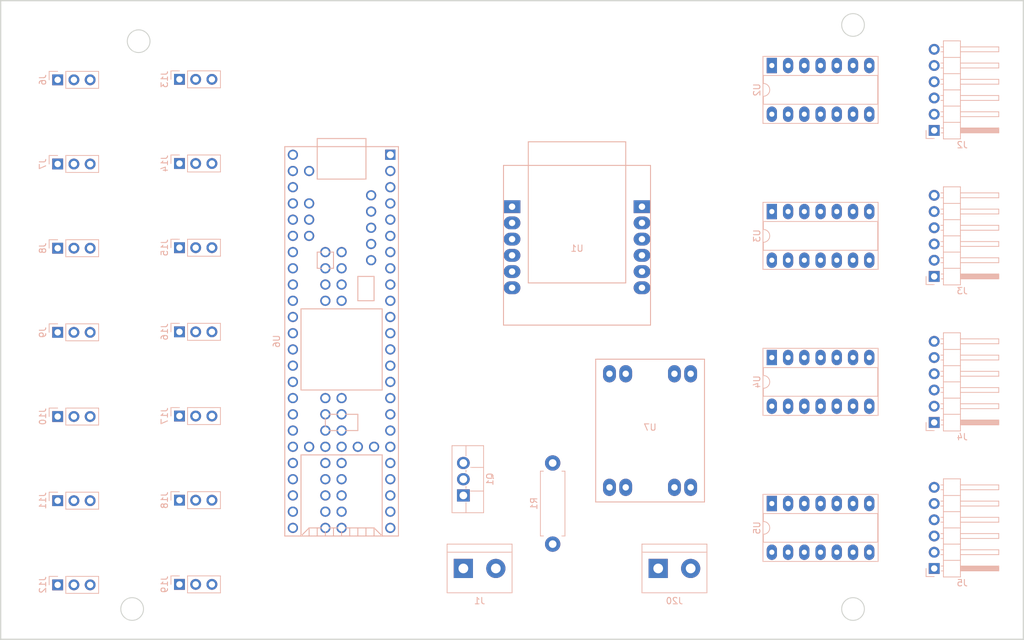
<source format=kicad_pcb>
(kicad_pcb (version 20171130) (host pcbnew 5.0.0+dfsg1-2)

  (general
    (thickness 1.6)
    (drawings 8)
    (tracks 0)
    (zones 0)
    (modules 29)
    (nets 50)
  )

  (page A4)
  (layers
    (0 F.Cu signal)
    (31 B.Cu signal)
    (32 B.Adhes user)
    (33 F.Adhes user)
    (34 B.Paste user)
    (35 F.Paste user)
    (36 B.SilkS user)
    (37 F.SilkS user)
    (38 B.Mask user)
    (39 F.Mask user)
    (40 Dwgs.User user)
    (41 Cmts.User user)
    (42 Eco1.User user)
    (43 Eco2.User user)
    (44 Edge.Cuts user)
    (45 Margin user)
    (46 B.CrtYd user)
    (47 F.CrtYd user)
    (48 B.Fab user)
    (49 F.Fab user)
  )

  (setup
    (last_trace_width 0.25)
    (trace_clearance 0.2)
    (zone_clearance 0.508)
    (zone_45_only no)
    (trace_min 0.2)
    (segment_width 0.2)
    (edge_width 0.15)
    (via_size 0.8)
    (via_drill 0.4)
    (via_min_size 0.4)
    (via_min_drill 0.3)
    (uvia_size 0.3)
    (uvia_drill 0.1)
    (uvias_allowed no)
    (uvia_min_size 0.2)
    (uvia_min_drill 0.1)
    (pcb_text_width 0.3)
    (pcb_text_size 1.5 1.5)
    (mod_edge_width 0.15)
    (mod_text_size 1 1)
    (mod_text_width 0.15)
    (pad_size 1.524 1.524)
    (pad_drill 0.762)
    (pad_to_mask_clearance 0.2)
    (aux_axis_origin 0 0)
    (visible_elements FFFFFF7F)
    (pcbplotparams
      (layerselection 0x010fc_ffffffff)
      (usegerberextensions false)
      (usegerberattributes false)
      (usegerberadvancedattributes false)
      (creategerberjobfile false)
      (excludeedgelayer true)
      (linewidth 0.100000)
      (plotframeref false)
      (viasonmask false)
      (mode 1)
      (useauxorigin false)
      (hpglpennumber 1)
      (hpglpenspeed 20)
      (hpglpendiameter 15.000000)
      (psnegative false)
      (psa4output false)
      (plotreference true)
      (plotvalue true)
      (plotinvisibletext false)
      (padsonsilk false)
      (subtractmaskfromsilk false)
      (outputformat 1)
      (mirror false)
      (drillshape 1)
      (scaleselection 1)
      (outputdirectory ""))
  )

  (net 0 "")
  (net 1 +12V)
  (net 2 "Net-(J1-Pad1)")
  (net 3 "Net-(J2-Pad1)")
  (net 4 +5V)
  (net 5 "Net-(J2-Pad3)")
  (net 6 "Net-(J2-Pad5)")
  (net 7 "Net-(J3-Pad5)")
  (net 8 "Net-(J3-Pad3)")
  (net 9 "Net-(J3-Pad1)")
  (net 10 "Net-(J4-Pad5)")
  (net 11 "Net-(J4-Pad3)")
  (net 12 "Net-(J4-Pad1)")
  (net 13 "Net-(J5-Pad1)")
  (net 14 "Net-(J5-Pad3)")
  (net 15 "Net-(J5-Pad5)")
  (net 16 GND)
  (net 17 "Net-(J6-Pad2)")
  (net 18 "Net-(J7-Pad2)")
  (net 19 "Net-(J8-Pad2)")
  (net 20 "Net-(J9-Pad2)")
  (net 21 "Net-(J10-Pad2)")
  (net 22 "Net-(J11-Pad2)")
  (net 23 "Net-(J12-Pad2)")
  (net 24 "Net-(J13-Pad2)")
  (net 25 "Net-(J14-Pad2)")
  (net 26 "Net-(J15-Pad2)")
  (net 27 "Net-(J16-Pad2)")
  (net 28 "Net-(J17-Pad2)")
  (net 29 "Net-(J18-Pad2)")
  (net 30 "Net-(J19-Pad2)")
  (net 31 "Net-(J20-Pad1)")
  (net 32 "Net-(Q1-Pad1)")
  (net 33 "Net-(U1-Pad4)")
  (net 34 "Net-(U1-Pad3)")
  (net 35 "Net-(U1-Pad2)")
  (net 36 "Net-(U1-Pad8)")
  (net 37 "Net-(U1-Pad6)")
  (net 38 "Net-(U2-Pad2)")
  (net 39 "Net-(U2-Pad9)")
  (net 40 "Net-(U2-Pad5)")
  (net 41 "Net-(U3-Pad5)")
  (net 42 "Net-(U3-Pad9)")
  (net 43 "Net-(U3-Pad2)")
  (net 44 "Net-(U4-Pad5)")
  (net 45 "Net-(U4-Pad9)")
  (net 46 "Net-(U4-Pad2)")
  (net 47 "Net-(U5-Pad2)")
  (net 48 "Net-(U5-Pad9)")
  (net 49 "Net-(U5-Pad5)")

  (net_class Default "Ceci est la Netclass par défaut."
    (clearance 0.2)
    (trace_width 0.25)
    (via_dia 0.8)
    (via_drill 0.4)
    (uvia_dia 0.3)
    (uvia_drill 0.1)
    (add_net +12V)
    (add_net +5V)
    (add_net GND)
    (add_net "Net-(J1-Pad1)")
    (add_net "Net-(J10-Pad2)")
    (add_net "Net-(J11-Pad2)")
    (add_net "Net-(J12-Pad2)")
    (add_net "Net-(J13-Pad2)")
    (add_net "Net-(J14-Pad2)")
    (add_net "Net-(J15-Pad2)")
    (add_net "Net-(J16-Pad2)")
    (add_net "Net-(J17-Pad2)")
    (add_net "Net-(J18-Pad2)")
    (add_net "Net-(J19-Pad2)")
    (add_net "Net-(J2-Pad1)")
    (add_net "Net-(J2-Pad3)")
    (add_net "Net-(J2-Pad5)")
    (add_net "Net-(J20-Pad1)")
    (add_net "Net-(J3-Pad1)")
    (add_net "Net-(J3-Pad3)")
    (add_net "Net-(J3-Pad5)")
    (add_net "Net-(J4-Pad1)")
    (add_net "Net-(J4-Pad3)")
    (add_net "Net-(J4-Pad5)")
    (add_net "Net-(J5-Pad1)")
    (add_net "Net-(J5-Pad3)")
    (add_net "Net-(J5-Pad5)")
    (add_net "Net-(J6-Pad2)")
    (add_net "Net-(J7-Pad2)")
    (add_net "Net-(J8-Pad2)")
    (add_net "Net-(J9-Pad2)")
    (add_net "Net-(Q1-Pad1)")
    (add_net "Net-(U1-Pad2)")
    (add_net "Net-(U1-Pad3)")
    (add_net "Net-(U1-Pad4)")
    (add_net "Net-(U1-Pad6)")
    (add_net "Net-(U1-Pad8)")
    (add_net "Net-(U2-Pad2)")
    (add_net "Net-(U2-Pad5)")
    (add_net "Net-(U2-Pad9)")
    (add_net "Net-(U3-Pad2)")
    (add_net "Net-(U3-Pad5)")
    (add_net "Net-(U3-Pad9)")
    (add_net "Net-(U4-Pad2)")
    (add_net "Net-(U4-Pad5)")
    (add_net "Net-(U4-Pad9)")
    (add_net "Net-(U5-Pad2)")
    (add_net "Net-(U5-Pad5)")
    (add_net "Net-(U5-Pad9)")
  )

  (module TerminalBlock:TerminalBlock_bornier-2_P5.08mm (layer B.Cu) (tedit 59FF03AB) (tstamp 5CDFA0F6)
    (at 142.24 148.59)
    (descr "simple 2-pin terminal block, pitch 5.08mm, revamped version of bornier2")
    (tags "terminal block bornier2")
    (path /5CBF0EE1)
    (fp_text reference J1 (at 2.54 5.08) (layer B.SilkS)
      (effects (font (size 1 1) (thickness 0.15)) (justify mirror))
    )
    (fp_text value LedOut (at 2.54 -5.08) (layer B.Fab)
      (effects (font (size 1 1) (thickness 0.15)) (justify mirror))
    )
    (fp_line (start 7.79 -4) (end -2.71 -4) (layer B.CrtYd) (width 0.05))
    (fp_line (start 7.79 -4) (end 7.79 4) (layer B.CrtYd) (width 0.05))
    (fp_line (start -2.71 4) (end -2.71 -4) (layer B.CrtYd) (width 0.05))
    (fp_line (start -2.71 4) (end 7.79 4) (layer B.CrtYd) (width 0.05))
    (fp_line (start -2.54 -3.81) (end 7.62 -3.81) (layer B.SilkS) (width 0.12))
    (fp_line (start -2.54 3.81) (end -2.54 -3.81) (layer B.SilkS) (width 0.12))
    (fp_line (start 7.62 3.81) (end -2.54 3.81) (layer B.SilkS) (width 0.12))
    (fp_line (start 7.62 -3.81) (end 7.62 3.81) (layer B.SilkS) (width 0.12))
    (fp_line (start 7.62 -2.54) (end -2.54 -2.54) (layer B.SilkS) (width 0.12))
    (fp_line (start 7.54 3.75) (end -2.46 3.75) (layer B.Fab) (width 0.1))
    (fp_line (start 7.54 -3.75) (end 7.54 3.75) (layer B.Fab) (width 0.1))
    (fp_line (start -2.46 -3.75) (end 7.54 -3.75) (layer B.Fab) (width 0.1))
    (fp_line (start -2.46 3.75) (end -2.46 -3.75) (layer B.Fab) (width 0.1))
    (fp_line (start -2.41 -2.55) (end 7.49 -2.55) (layer B.Fab) (width 0.1))
    (fp_text user %R (at 2.54 0) (layer B.Fab)
      (effects (font (size 1 1) (thickness 0.15)) (justify mirror))
    )
    (pad 2 thru_hole circle (at 5.08 0) (size 3 3) (drill 1.52) (layers *.Cu *.Mask)
      (net 1 +12V))
    (pad 1 thru_hole rect (at 0 0) (size 3 3) (drill 1.52) (layers *.Cu *.Mask)
      (net 2 "Net-(J1-Pad1)"))
    (model ${KISYS3DMOD}/TerminalBlock.3dshapes/TerminalBlock_bornier-2_P5.08mm.wrl
      (offset (xyz 2.539999961853027 0 0))
      (scale (xyz 1 1 1))
      (rotate (xyz 0 0 0))
    )
  )

  (module Connector_PinHeader_2.54mm:PinHeader_1x06_P2.54mm_Horizontal (layer B.Cu) (tedit 59FED5CB) (tstamp 5CDFA15D)
    (at 215.9 80.01)
    (descr "Through hole angled pin header, 1x06, 2.54mm pitch, 6mm pin length, single row")
    (tags "Through hole angled pin header THT 1x06 2.54mm single row")
    (path /5CBF9B09)
    (fp_text reference J2 (at 4.385 2.27) (layer B.SilkS)
      (effects (font (size 1 1) (thickness 0.15)) (justify mirror))
    )
    (fp_text value Conn_01x06 (at 4.385 -14.97) (layer B.Fab)
      (effects (font (size 1 1) (thickness 0.15)) (justify mirror))
    )
    (fp_line (start 2.135 1.27) (end 4.04 1.27) (layer B.Fab) (width 0.1))
    (fp_line (start 4.04 1.27) (end 4.04 -13.97) (layer B.Fab) (width 0.1))
    (fp_line (start 4.04 -13.97) (end 1.5 -13.97) (layer B.Fab) (width 0.1))
    (fp_line (start 1.5 -13.97) (end 1.5 0.635) (layer B.Fab) (width 0.1))
    (fp_line (start 1.5 0.635) (end 2.135 1.27) (layer B.Fab) (width 0.1))
    (fp_line (start -0.32 0.32) (end 1.5 0.32) (layer B.Fab) (width 0.1))
    (fp_line (start -0.32 0.32) (end -0.32 -0.32) (layer B.Fab) (width 0.1))
    (fp_line (start -0.32 -0.32) (end 1.5 -0.32) (layer B.Fab) (width 0.1))
    (fp_line (start 4.04 0.32) (end 10.04 0.32) (layer B.Fab) (width 0.1))
    (fp_line (start 10.04 0.32) (end 10.04 -0.32) (layer B.Fab) (width 0.1))
    (fp_line (start 4.04 -0.32) (end 10.04 -0.32) (layer B.Fab) (width 0.1))
    (fp_line (start -0.32 -2.22) (end 1.5 -2.22) (layer B.Fab) (width 0.1))
    (fp_line (start -0.32 -2.22) (end -0.32 -2.86) (layer B.Fab) (width 0.1))
    (fp_line (start -0.32 -2.86) (end 1.5 -2.86) (layer B.Fab) (width 0.1))
    (fp_line (start 4.04 -2.22) (end 10.04 -2.22) (layer B.Fab) (width 0.1))
    (fp_line (start 10.04 -2.22) (end 10.04 -2.86) (layer B.Fab) (width 0.1))
    (fp_line (start 4.04 -2.86) (end 10.04 -2.86) (layer B.Fab) (width 0.1))
    (fp_line (start -0.32 -4.76) (end 1.5 -4.76) (layer B.Fab) (width 0.1))
    (fp_line (start -0.32 -4.76) (end -0.32 -5.4) (layer B.Fab) (width 0.1))
    (fp_line (start -0.32 -5.4) (end 1.5 -5.4) (layer B.Fab) (width 0.1))
    (fp_line (start 4.04 -4.76) (end 10.04 -4.76) (layer B.Fab) (width 0.1))
    (fp_line (start 10.04 -4.76) (end 10.04 -5.4) (layer B.Fab) (width 0.1))
    (fp_line (start 4.04 -5.4) (end 10.04 -5.4) (layer B.Fab) (width 0.1))
    (fp_line (start -0.32 -7.3) (end 1.5 -7.3) (layer B.Fab) (width 0.1))
    (fp_line (start -0.32 -7.3) (end -0.32 -7.94) (layer B.Fab) (width 0.1))
    (fp_line (start -0.32 -7.94) (end 1.5 -7.94) (layer B.Fab) (width 0.1))
    (fp_line (start 4.04 -7.3) (end 10.04 -7.3) (layer B.Fab) (width 0.1))
    (fp_line (start 10.04 -7.3) (end 10.04 -7.94) (layer B.Fab) (width 0.1))
    (fp_line (start 4.04 -7.94) (end 10.04 -7.94) (layer B.Fab) (width 0.1))
    (fp_line (start -0.32 -9.84) (end 1.5 -9.84) (layer B.Fab) (width 0.1))
    (fp_line (start -0.32 -9.84) (end -0.32 -10.48) (layer B.Fab) (width 0.1))
    (fp_line (start -0.32 -10.48) (end 1.5 -10.48) (layer B.Fab) (width 0.1))
    (fp_line (start 4.04 -9.84) (end 10.04 -9.84) (layer B.Fab) (width 0.1))
    (fp_line (start 10.04 -9.84) (end 10.04 -10.48) (layer B.Fab) (width 0.1))
    (fp_line (start 4.04 -10.48) (end 10.04 -10.48) (layer B.Fab) (width 0.1))
    (fp_line (start -0.32 -12.38) (end 1.5 -12.38) (layer B.Fab) (width 0.1))
    (fp_line (start -0.32 -12.38) (end -0.32 -13.02) (layer B.Fab) (width 0.1))
    (fp_line (start -0.32 -13.02) (end 1.5 -13.02) (layer B.Fab) (width 0.1))
    (fp_line (start 4.04 -12.38) (end 10.04 -12.38) (layer B.Fab) (width 0.1))
    (fp_line (start 10.04 -12.38) (end 10.04 -13.02) (layer B.Fab) (width 0.1))
    (fp_line (start 4.04 -13.02) (end 10.04 -13.02) (layer B.Fab) (width 0.1))
    (fp_line (start 1.44 1.33) (end 1.44 -14.03) (layer B.SilkS) (width 0.12))
    (fp_line (start 1.44 -14.03) (end 4.1 -14.03) (layer B.SilkS) (width 0.12))
    (fp_line (start 4.1 -14.03) (end 4.1 1.33) (layer B.SilkS) (width 0.12))
    (fp_line (start 4.1 1.33) (end 1.44 1.33) (layer B.SilkS) (width 0.12))
    (fp_line (start 4.1 0.38) (end 10.1 0.38) (layer B.SilkS) (width 0.12))
    (fp_line (start 10.1 0.38) (end 10.1 -0.38) (layer B.SilkS) (width 0.12))
    (fp_line (start 10.1 -0.38) (end 4.1 -0.38) (layer B.SilkS) (width 0.12))
    (fp_line (start 4.1 0.32) (end 10.1 0.32) (layer B.SilkS) (width 0.12))
    (fp_line (start 4.1 0.2) (end 10.1 0.2) (layer B.SilkS) (width 0.12))
    (fp_line (start 4.1 0.08) (end 10.1 0.08) (layer B.SilkS) (width 0.12))
    (fp_line (start 4.1 -0.04) (end 10.1 -0.04) (layer B.SilkS) (width 0.12))
    (fp_line (start 4.1 -0.16) (end 10.1 -0.16) (layer B.SilkS) (width 0.12))
    (fp_line (start 4.1 -0.28) (end 10.1 -0.28) (layer B.SilkS) (width 0.12))
    (fp_line (start 1.11 0.38) (end 1.44 0.38) (layer B.SilkS) (width 0.12))
    (fp_line (start 1.11 -0.38) (end 1.44 -0.38) (layer B.SilkS) (width 0.12))
    (fp_line (start 1.44 -1.27) (end 4.1 -1.27) (layer B.SilkS) (width 0.12))
    (fp_line (start 4.1 -2.16) (end 10.1 -2.16) (layer B.SilkS) (width 0.12))
    (fp_line (start 10.1 -2.16) (end 10.1 -2.92) (layer B.SilkS) (width 0.12))
    (fp_line (start 10.1 -2.92) (end 4.1 -2.92) (layer B.SilkS) (width 0.12))
    (fp_line (start 1.042929 -2.16) (end 1.44 -2.16) (layer B.SilkS) (width 0.12))
    (fp_line (start 1.042929 -2.92) (end 1.44 -2.92) (layer B.SilkS) (width 0.12))
    (fp_line (start 1.44 -3.81) (end 4.1 -3.81) (layer B.SilkS) (width 0.12))
    (fp_line (start 4.1 -4.7) (end 10.1 -4.7) (layer B.SilkS) (width 0.12))
    (fp_line (start 10.1 -4.7) (end 10.1 -5.46) (layer B.SilkS) (width 0.12))
    (fp_line (start 10.1 -5.46) (end 4.1 -5.46) (layer B.SilkS) (width 0.12))
    (fp_line (start 1.042929 -4.7) (end 1.44 -4.7) (layer B.SilkS) (width 0.12))
    (fp_line (start 1.042929 -5.46) (end 1.44 -5.46) (layer B.SilkS) (width 0.12))
    (fp_line (start 1.44 -6.35) (end 4.1 -6.35) (layer B.SilkS) (width 0.12))
    (fp_line (start 4.1 -7.24) (end 10.1 -7.24) (layer B.SilkS) (width 0.12))
    (fp_line (start 10.1 -7.24) (end 10.1 -8) (layer B.SilkS) (width 0.12))
    (fp_line (start 10.1 -8) (end 4.1 -8) (layer B.SilkS) (width 0.12))
    (fp_line (start 1.042929 -7.24) (end 1.44 -7.24) (layer B.SilkS) (width 0.12))
    (fp_line (start 1.042929 -8) (end 1.44 -8) (layer B.SilkS) (width 0.12))
    (fp_line (start 1.44 -8.89) (end 4.1 -8.89) (layer B.SilkS) (width 0.12))
    (fp_line (start 4.1 -9.78) (end 10.1 -9.78) (layer B.SilkS) (width 0.12))
    (fp_line (start 10.1 -9.78) (end 10.1 -10.54) (layer B.SilkS) (width 0.12))
    (fp_line (start 10.1 -10.54) (end 4.1 -10.54) (layer B.SilkS) (width 0.12))
    (fp_line (start 1.042929 -9.78) (end 1.44 -9.78) (layer B.SilkS) (width 0.12))
    (fp_line (start 1.042929 -10.54) (end 1.44 -10.54) (layer B.SilkS) (width 0.12))
    (fp_line (start 1.44 -11.43) (end 4.1 -11.43) (layer B.SilkS) (width 0.12))
    (fp_line (start 4.1 -12.32) (end 10.1 -12.32) (layer B.SilkS) (width 0.12))
    (fp_line (start 10.1 -12.32) (end 10.1 -13.08) (layer B.SilkS) (width 0.12))
    (fp_line (start 10.1 -13.08) (end 4.1 -13.08) (layer B.SilkS) (width 0.12))
    (fp_line (start 1.042929 -12.32) (end 1.44 -12.32) (layer B.SilkS) (width 0.12))
    (fp_line (start 1.042929 -13.08) (end 1.44 -13.08) (layer B.SilkS) (width 0.12))
    (fp_line (start -1.27 0) (end -1.27 1.27) (layer B.SilkS) (width 0.12))
    (fp_line (start -1.27 1.27) (end 0 1.27) (layer B.SilkS) (width 0.12))
    (fp_line (start -1.8 1.8) (end -1.8 -14.5) (layer B.CrtYd) (width 0.05))
    (fp_line (start -1.8 -14.5) (end 10.55 -14.5) (layer B.CrtYd) (width 0.05))
    (fp_line (start 10.55 -14.5) (end 10.55 1.8) (layer B.CrtYd) (width 0.05))
    (fp_line (start 10.55 1.8) (end -1.8 1.8) (layer B.CrtYd) (width 0.05))
    (fp_text user %R (at 2.77 -6.35 -90) (layer B.Fab)
      (effects (font (size 1 1) (thickness 0.15)) (justify mirror))
    )
    (pad 1 thru_hole rect (at 0 0) (size 1.7 1.7) (drill 1) (layers *.Cu *.Mask)
      (net 3 "Net-(J2-Pad1)"))
    (pad 2 thru_hole oval (at 0 -2.54) (size 1.7 1.7) (drill 1) (layers *.Cu *.Mask)
      (net 4 +5V))
    (pad 3 thru_hole oval (at 0 -5.08) (size 1.7 1.7) (drill 1) (layers *.Cu *.Mask)
      (net 5 "Net-(J2-Pad3)"))
    (pad 4 thru_hole oval (at 0 -7.62) (size 1.7 1.7) (drill 1) (layers *.Cu *.Mask)
      (net 4 +5V))
    (pad 5 thru_hole oval (at 0 -10.16) (size 1.7 1.7) (drill 1) (layers *.Cu *.Mask)
      (net 6 "Net-(J2-Pad5)"))
    (pad 6 thru_hole oval (at 0 -12.7) (size 1.7 1.7) (drill 1) (layers *.Cu *.Mask)
      (net 4 +5V))
    (model ${KISYS3DMOD}/Connector_PinHeader_2.54mm.3dshapes/PinHeader_1x06_P2.54mm_Horizontal.wrl
      (at (xyz 0 0 0))
      (scale (xyz 1 1 1))
      (rotate (xyz 0 0 0))
    )
  )

  (module Connector_PinHeader_2.54mm:PinHeader_1x06_P2.54mm_Horizontal (layer B.Cu) (tedit 59FED5CB) (tstamp 5CDFA1C4)
    (at 215.9 102.87)
    (descr "Through hole angled pin header, 1x06, 2.54mm pitch, 6mm pin length, single row")
    (tags "Through hole angled pin header THT 1x06 2.54mm single row")
    (path /5CC0076C)
    (fp_text reference J3 (at 4.385 2.27) (layer B.SilkS)
      (effects (font (size 1 1) (thickness 0.15)) (justify mirror))
    )
    (fp_text value Conn_01x06 (at 4.385 -14.97) (layer B.Fab)
      (effects (font (size 1 1) (thickness 0.15)) (justify mirror))
    )
    (fp_text user %R (at 2.77 -6.35 -90) (layer B.Fab)
      (effects (font (size 1 1) (thickness 0.15)) (justify mirror))
    )
    (fp_line (start 10.55 1.8) (end -1.8 1.8) (layer B.CrtYd) (width 0.05))
    (fp_line (start 10.55 -14.5) (end 10.55 1.8) (layer B.CrtYd) (width 0.05))
    (fp_line (start -1.8 -14.5) (end 10.55 -14.5) (layer B.CrtYd) (width 0.05))
    (fp_line (start -1.8 1.8) (end -1.8 -14.5) (layer B.CrtYd) (width 0.05))
    (fp_line (start -1.27 1.27) (end 0 1.27) (layer B.SilkS) (width 0.12))
    (fp_line (start -1.27 0) (end -1.27 1.27) (layer B.SilkS) (width 0.12))
    (fp_line (start 1.042929 -13.08) (end 1.44 -13.08) (layer B.SilkS) (width 0.12))
    (fp_line (start 1.042929 -12.32) (end 1.44 -12.32) (layer B.SilkS) (width 0.12))
    (fp_line (start 10.1 -13.08) (end 4.1 -13.08) (layer B.SilkS) (width 0.12))
    (fp_line (start 10.1 -12.32) (end 10.1 -13.08) (layer B.SilkS) (width 0.12))
    (fp_line (start 4.1 -12.32) (end 10.1 -12.32) (layer B.SilkS) (width 0.12))
    (fp_line (start 1.44 -11.43) (end 4.1 -11.43) (layer B.SilkS) (width 0.12))
    (fp_line (start 1.042929 -10.54) (end 1.44 -10.54) (layer B.SilkS) (width 0.12))
    (fp_line (start 1.042929 -9.78) (end 1.44 -9.78) (layer B.SilkS) (width 0.12))
    (fp_line (start 10.1 -10.54) (end 4.1 -10.54) (layer B.SilkS) (width 0.12))
    (fp_line (start 10.1 -9.78) (end 10.1 -10.54) (layer B.SilkS) (width 0.12))
    (fp_line (start 4.1 -9.78) (end 10.1 -9.78) (layer B.SilkS) (width 0.12))
    (fp_line (start 1.44 -8.89) (end 4.1 -8.89) (layer B.SilkS) (width 0.12))
    (fp_line (start 1.042929 -8) (end 1.44 -8) (layer B.SilkS) (width 0.12))
    (fp_line (start 1.042929 -7.24) (end 1.44 -7.24) (layer B.SilkS) (width 0.12))
    (fp_line (start 10.1 -8) (end 4.1 -8) (layer B.SilkS) (width 0.12))
    (fp_line (start 10.1 -7.24) (end 10.1 -8) (layer B.SilkS) (width 0.12))
    (fp_line (start 4.1 -7.24) (end 10.1 -7.24) (layer B.SilkS) (width 0.12))
    (fp_line (start 1.44 -6.35) (end 4.1 -6.35) (layer B.SilkS) (width 0.12))
    (fp_line (start 1.042929 -5.46) (end 1.44 -5.46) (layer B.SilkS) (width 0.12))
    (fp_line (start 1.042929 -4.7) (end 1.44 -4.7) (layer B.SilkS) (width 0.12))
    (fp_line (start 10.1 -5.46) (end 4.1 -5.46) (layer B.SilkS) (width 0.12))
    (fp_line (start 10.1 -4.7) (end 10.1 -5.46) (layer B.SilkS) (width 0.12))
    (fp_line (start 4.1 -4.7) (end 10.1 -4.7) (layer B.SilkS) (width 0.12))
    (fp_line (start 1.44 -3.81) (end 4.1 -3.81) (layer B.SilkS) (width 0.12))
    (fp_line (start 1.042929 -2.92) (end 1.44 -2.92) (layer B.SilkS) (width 0.12))
    (fp_line (start 1.042929 -2.16) (end 1.44 -2.16) (layer B.SilkS) (width 0.12))
    (fp_line (start 10.1 -2.92) (end 4.1 -2.92) (layer B.SilkS) (width 0.12))
    (fp_line (start 10.1 -2.16) (end 10.1 -2.92) (layer B.SilkS) (width 0.12))
    (fp_line (start 4.1 -2.16) (end 10.1 -2.16) (layer B.SilkS) (width 0.12))
    (fp_line (start 1.44 -1.27) (end 4.1 -1.27) (layer B.SilkS) (width 0.12))
    (fp_line (start 1.11 -0.38) (end 1.44 -0.38) (layer B.SilkS) (width 0.12))
    (fp_line (start 1.11 0.38) (end 1.44 0.38) (layer B.SilkS) (width 0.12))
    (fp_line (start 4.1 -0.28) (end 10.1 -0.28) (layer B.SilkS) (width 0.12))
    (fp_line (start 4.1 -0.16) (end 10.1 -0.16) (layer B.SilkS) (width 0.12))
    (fp_line (start 4.1 -0.04) (end 10.1 -0.04) (layer B.SilkS) (width 0.12))
    (fp_line (start 4.1 0.08) (end 10.1 0.08) (layer B.SilkS) (width 0.12))
    (fp_line (start 4.1 0.2) (end 10.1 0.2) (layer B.SilkS) (width 0.12))
    (fp_line (start 4.1 0.32) (end 10.1 0.32) (layer B.SilkS) (width 0.12))
    (fp_line (start 10.1 -0.38) (end 4.1 -0.38) (layer B.SilkS) (width 0.12))
    (fp_line (start 10.1 0.38) (end 10.1 -0.38) (layer B.SilkS) (width 0.12))
    (fp_line (start 4.1 0.38) (end 10.1 0.38) (layer B.SilkS) (width 0.12))
    (fp_line (start 4.1 1.33) (end 1.44 1.33) (layer B.SilkS) (width 0.12))
    (fp_line (start 4.1 -14.03) (end 4.1 1.33) (layer B.SilkS) (width 0.12))
    (fp_line (start 1.44 -14.03) (end 4.1 -14.03) (layer B.SilkS) (width 0.12))
    (fp_line (start 1.44 1.33) (end 1.44 -14.03) (layer B.SilkS) (width 0.12))
    (fp_line (start 4.04 -13.02) (end 10.04 -13.02) (layer B.Fab) (width 0.1))
    (fp_line (start 10.04 -12.38) (end 10.04 -13.02) (layer B.Fab) (width 0.1))
    (fp_line (start 4.04 -12.38) (end 10.04 -12.38) (layer B.Fab) (width 0.1))
    (fp_line (start -0.32 -13.02) (end 1.5 -13.02) (layer B.Fab) (width 0.1))
    (fp_line (start -0.32 -12.38) (end -0.32 -13.02) (layer B.Fab) (width 0.1))
    (fp_line (start -0.32 -12.38) (end 1.5 -12.38) (layer B.Fab) (width 0.1))
    (fp_line (start 4.04 -10.48) (end 10.04 -10.48) (layer B.Fab) (width 0.1))
    (fp_line (start 10.04 -9.84) (end 10.04 -10.48) (layer B.Fab) (width 0.1))
    (fp_line (start 4.04 -9.84) (end 10.04 -9.84) (layer B.Fab) (width 0.1))
    (fp_line (start -0.32 -10.48) (end 1.5 -10.48) (layer B.Fab) (width 0.1))
    (fp_line (start -0.32 -9.84) (end -0.32 -10.48) (layer B.Fab) (width 0.1))
    (fp_line (start -0.32 -9.84) (end 1.5 -9.84) (layer B.Fab) (width 0.1))
    (fp_line (start 4.04 -7.94) (end 10.04 -7.94) (layer B.Fab) (width 0.1))
    (fp_line (start 10.04 -7.3) (end 10.04 -7.94) (layer B.Fab) (width 0.1))
    (fp_line (start 4.04 -7.3) (end 10.04 -7.3) (layer B.Fab) (width 0.1))
    (fp_line (start -0.32 -7.94) (end 1.5 -7.94) (layer B.Fab) (width 0.1))
    (fp_line (start -0.32 -7.3) (end -0.32 -7.94) (layer B.Fab) (width 0.1))
    (fp_line (start -0.32 -7.3) (end 1.5 -7.3) (layer B.Fab) (width 0.1))
    (fp_line (start 4.04 -5.4) (end 10.04 -5.4) (layer B.Fab) (width 0.1))
    (fp_line (start 10.04 -4.76) (end 10.04 -5.4) (layer B.Fab) (width 0.1))
    (fp_line (start 4.04 -4.76) (end 10.04 -4.76) (layer B.Fab) (width 0.1))
    (fp_line (start -0.32 -5.4) (end 1.5 -5.4) (layer B.Fab) (width 0.1))
    (fp_line (start -0.32 -4.76) (end -0.32 -5.4) (layer B.Fab) (width 0.1))
    (fp_line (start -0.32 -4.76) (end 1.5 -4.76) (layer B.Fab) (width 0.1))
    (fp_line (start 4.04 -2.86) (end 10.04 -2.86) (layer B.Fab) (width 0.1))
    (fp_line (start 10.04 -2.22) (end 10.04 -2.86) (layer B.Fab) (width 0.1))
    (fp_line (start 4.04 -2.22) (end 10.04 -2.22) (layer B.Fab) (width 0.1))
    (fp_line (start -0.32 -2.86) (end 1.5 -2.86) (layer B.Fab) (width 0.1))
    (fp_line (start -0.32 -2.22) (end -0.32 -2.86) (layer B.Fab) (width 0.1))
    (fp_line (start -0.32 -2.22) (end 1.5 -2.22) (layer B.Fab) (width 0.1))
    (fp_line (start 4.04 -0.32) (end 10.04 -0.32) (layer B.Fab) (width 0.1))
    (fp_line (start 10.04 0.32) (end 10.04 -0.32) (layer B.Fab) (width 0.1))
    (fp_line (start 4.04 0.32) (end 10.04 0.32) (layer B.Fab) (width 0.1))
    (fp_line (start -0.32 -0.32) (end 1.5 -0.32) (layer B.Fab) (width 0.1))
    (fp_line (start -0.32 0.32) (end -0.32 -0.32) (layer B.Fab) (width 0.1))
    (fp_line (start -0.32 0.32) (end 1.5 0.32) (layer B.Fab) (width 0.1))
    (fp_line (start 1.5 0.635) (end 2.135 1.27) (layer B.Fab) (width 0.1))
    (fp_line (start 1.5 -13.97) (end 1.5 0.635) (layer B.Fab) (width 0.1))
    (fp_line (start 4.04 -13.97) (end 1.5 -13.97) (layer B.Fab) (width 0.1))
    (fp_line (start 4.04 1.27) (end 4.04 -13.97) (layer B.Fab) (width 0.1))
    (fp_line (start 2.135 1.27) (end 4.04 1.27) (layer B.Fab) (width 0.1))
    (pad 6 thru_hole oval (at 0 -12.7) (size 1.7 1.7) (drill 1) (layers *.Cu *.Mask)
      (net 4 +5V))
    (pad 5 thru_hole oval (at 0 -10.16) (size 1.7 1.7) (drill 1) (layers *.Cu *.Mask)
      (net 7 "Net-(J3-Pad5)"))
    (pad 4 thru_hole oval (at 0 -7.62) (size 1.7 1.7) (drill 1) (layers *.Cu *.Mask)
      (net 4 +5V))
    (pad 3 thru_hole oval (at 0 -5.08) (size 1.7 1.7) (drill 1) (layers *.Cu *.Mask)
      (net 8 "Net-(J3-Pad3)"))
    (pad 2 thru_hole oval (at 0 -2.54) (size 1.7 1.7) (drill 1) (layers *.Cu *.Mask)
      (net 4 +5V))
    (pad 1 thru_hole rect (at 0 0) (size 1.7 1.7) (drill 1) (layers *.Cu *.Mask)
      (net 9 "Net-(J3-Pad1)"))
    (model ${KISYS3DMOD}/Connector_PinHeader_2.54mm.3dshapes/PinHeader_1x06_P2.54mm_Horizontal.wrl
      (at (xyz 0 0 0))
      (scale (xyz 1 1 1))
      (rotate (xyz 0 0 0))
    )
  )

  (module Connector_PinHeader_2.54mm:PinHeader_1x06_P2.54mm_Horizontal (layer B.Cu) (tedit 59FED5CB) (tstamp 5CE04AF2)
    (at 215.9 125.73)
    (descr "Through hole angled pin header, 1x06, 2.54mm pitch, 6mm pin length, single row")
    (tags "Through hole angled pin header THT 1x06 2.54mm single row")
    (path /5CC028FE)
    (fp_text reference J4 (at 4.385 2.27) (layer B.SilkS)
      (effects (font (size 1 1) (thickness 0.15)) (justify mirror))
    )
    (fp_text value Conn_01x06 (at 4.385 -14.97) (layer B.Fab)
      (effects (font (size 1 1) (thickness 0.15)) (justify mirror))
    )
    (fp_text user %R (at 2.77 -6.35 -90) (layer B.Fab)
      (effects (font (size 1 1) (thickness 0.15)) (justify mirror))
    )
    (fp_line (start 10.55 1.8) (end -1.8 1.8) (layer B.CrtYd) (width 0.05))
    (fp_line (start 10.55 -14.5) (end 10.55 1.8) (layer B.CrtYd) (width 0.05))
    (fp_line (start -1.8 -14.5) (end 10.55 -14.5) (layer B.CrtYd) (width 0.05))
    (fp_line (start -1.8 1.8) (end -1.8 -14.5) (layer B.CrtYd) (width 0.05))
    (fp_line (start -1.27 1.27) (end 0 1.27) (layer B.SilkS) (width 0.12))
    (fp_line (start -1.27 0) (end -1.27 1.27) (layer B.SilkS) (width 0.12))
    (fp_line (start 1.042929 -13.08) (end 1.44 -13.08) (layer B.SilkS) (width 0.12))
    (fp_line (start 1.042929 -12.32) (end 1.44 -12.32) (layer B.SilkS) (width 0.12))
    (fp_line (start 10.1 -13.08) (end 4.1 -13.08) (layer B.SilkS) (width 0.12))
    (fp_line (start 10.1 -12.32) (end 10.1 -13.08) (layer B.SilkS) (width 0.12))
    (fp_line (start 4.1 -12.32) (end 10.1 -12.32) (layer B.SilkS) (width 0.12))
    (fp_line (start 1.44 -11.43) (end 4.1 -11.43) (layer B.SilkS) (width 0.12))
    (fp_line (start 1.042929 -10.54) (end 1.44 -10.54) (layer B.SilkS) (width 0.12))
    (fp_line (start 1.042929 -9.78) (end 1.44 -9.78) (layer B.SilkS) (width 0.12))
    (fp_line (start 10.1 -10.54) (end 4.1 -10.54) (layer B.SilkS) (width 0.12))
    (fp_line (start 10.1 -9.78) (end 10.1 -10.54) (layer B.SilkS) (width 0.12))
    (fp_line (start 4.1 -9.78) (end 10.1 -9.78) (layer B.SilkS) (width 0.12))
    (fp_line (start 1.44 -8.89) (end 4.1 -8.89) (layer B.SilkS) (width 0.12))
    (fp_line (start 1.042929 -8) (end 1.44 -8) (layer B.SilkS) (width 0.12))
    (fp_line (start 1.042929 -7.24) (end 1.44 -7.24) (layer B.SilkS) (width 0.12))
    (fp_line (start 10.1 -8) (end 4.1 -8) (layer B.SilkS) (width 0.12))
    (fp_line (start 10.1 -7.24) (end 10.1 -8) (layer B.SilkS) (width 0.12))
    (fp_line (start 4.1 -7.24) (end 10.1 -7.24) (layer B.SilkS) (width 0.12))
    (fp_line (start 1.44 -6.35) (end 4.1 -6.35) (layer B.SilkS) (width 0.12))
    (fp_line (start 1.042929 -5.46) (end 1.44 -5.46) (layer B.SilkS) (width 0.12))
    (fp_line (start 1.042929 -4.7) (end 1.44 -4.7) (layer B.SilkS) (width 0.12))
    (fp_line (start 10.1 -5.46) (end 4.1 -5.46) (layer B.SilkS) (width 0.12))
    (fp_line (start 10.1 -4.7) (end 10.1 -5.46) (layer B.SilkS) (width 0.12))
    (fp_line (start 4.1 -4.7) (end 10.1 -4.7) (layer B.SilkS) (width 0.12))
    (fp_line (start 1.44 -3.81) (end 4.1 -3.81) (layer B.SilkS) (width 0.12))
    (fp_line (start 1.042929 -2.92) (end 1.44 -2.92) (layer B.SilkS) (width 0.12))
    (fp_line (start 1.042929 -2.16) (end 1.44 -2.16) (layer B.SilkS) (width 0.12))
    (fp_line (start 10.1 -2.92) (end 4.1 -2.92) (layer B.SilkS) (width 0.12))
    (fp_line (start 10.1 -2.16) (end 10.1 -2.92) (layer B.SilkS) (width 0.12))
    (fp_line (start 4.1 -2.16) (end 10.1 -2.16) (layer B.SilkS) (width 0.12))
    (fp_line (start 1.44 -1.27) (end 4.1 -1.27) (layer B.SilkS) (width 0.12))
    (fp_line (start 1.11 -0.38) (end 1.44 -0.38) (layer B.SilkS) (width 0.12))
    (fp_line (start 1.11 0.38) (end 1.44 0.38) (layer B.SilkS) (width 0.12))
    (fp_line (start 4.1 -0.28) (end 10.1 -0.28) (layer B.SilkS) (width 0.12))
    (fp_line (start 4.1 -0.16) (end 10.1 -0.16) (layer B.SilkS) (width 0.12))
    (fp_line (start 4.1 -0.04) (end 10.1 -0.04) (layer B.SilkS) (width 0.12))
    (fp_line (start 4.1 0.08) (end 10.1 0.08) (layer B.SilkS) (width 0.12))
    (fp_line (start 4.1 0.2) (end 10.1 0.2) (layer B.SilkS) (width 0.12))
    (fp_line (start 4.1 0.32) (end 10.1 0.32) (layer B.SilkS) (width 0.12))
    (fp_line (start 10.1 -0.38) (end 4.1 -0.38) (layer B.SilkS) (width 0.12))
    (fp_line (start 10.1 0.38) (end 10.1 -0.38) (layer B.SilkS) (width 0.12))
    (fp_line (start 4.1 0.38) (end 10.1 0.38) (layer B.SilkS) (width 0.12))
    (fp_line (start 4.1 1.33) (end 1.44 1.33) (layer B.SilkS) (width 0.12))
    (fp_line (start 4.1 -14.03) (end 4.1 1.33) (layer B.SilkS) (width 0.12))
    (fp_line (start 1.44 -14.03) (end 4.1 -14.03) (layer B.SilkS) (width 0.12))
    (fp_line (start 1.44 1.33) (end 1.44 -14.03) (layer B.SilkS) (width 0.12))
    (fp_line (start 4.04 -13.02) (end 10.04 -13.02) (layer B.Fab) (width 0.1))
    (fp_line (start 10.04 -12.38) (end 10.04 -13.02) (layer B.Fab) (width 0.1))
    (fp_line (start 4.04 -12.38) (end 10.04 -12.38) (layer B.Fab) (width 0.1))
    (fp_line (start -0.32 -13.02) (end 1.5 -13.02) (layer B.Fab) (width 0.1))
    (fp_line (start -0.32 -12.38) (end -0.32 -13.02) (layer B.Fab) (width 0.1))
    (fp_line (start -0.32 -12.38) (end 1.5 -12.38) (layer B.Fab) (width 0.1))
    (fp_line (start 4.04 -10.48) (end 10.04 -10.48) (layer B.Fab) (width 0.1))
    (fp_line (start 10.04 -9.84) (end 10.04 -10.48) (layer B.Fab) (width 0.1))
    (fp_line (start 4.04 -9.84) (end 10.04 -9.84) (layer B.Fab) (width 0.1))
    (fp_line (start -0.32 -10.48) (end 1.5 -10.48) (layer B.Fab) (width 0.1))
    (fp_line (start -0.32 -9.84) (end -0.32 -10.48) (layer B.Fab) (width 0.1))
    (fp_line (start -0.32 -9.84) (end 1.5 -9.84) (layer B.Fab) (width 0.1))
    (fp_line (start 4.04 -7.94) (end 10.04 -7.94) (layer B.Fab) (width 0.1))
    (fp_line (start 10.04 -7.3) (end 10.04 -7.94) (layer B.Fab) (width 0.1))
    (fp_line (start 4.04 -7.3) (end 10.04 -7.3) (layer B.Fab) (width 0.1))
    (fp_line (start -0.32 -7.94) (end 1.5 -7.94) (layer B.Fab) (width 0.1))
    (fp_line (start -0.32 -7.3) (end -0.32 -7.94) (layer B.Fab) (width 0.1))
    (fp_line (start -0.32 -7.3) (end 1.5 -7.3) (layer B.Fab) (width 0.1))
    (fp_line (start 4.04 -5.4) (end 10.04 -5.4) (layer B.Fab) (width 0.1))
    (fp_line (start 10.04 -4.76) (end 10.04 -5.4) (layer B.Fab) (width 0.1))
    (fp_line (start 4.04 -4.76) (end 10.04 -4.76) (layer B.Fab) (width 0.1))
    (fp_line (start -0.32 -5.4) (end 1.5 -5.4) (layer B.Fab) (width 0.1))
    (fp_line (start -0.32 -4.76) (end -0.32 -5.4) (layer B.Fab) (width 0.1))
    (fp_line (start -0.32 -4.76) (end 1.5 -4.76) (layer B.Fab) (width 0.1))
    (fp_line (start 4.04 -2.86) (end 10.04 -2.86) (layer B.Fab) (width 0.1))
    (fp_line (start 10.04 -2.22) (end 10.04 -2.86) (layer B.Fab) (width 0.1))
    (fp_line (start 4.04 -2.22) (end 10.04 -2.22) (layer B.Fab) (width 0.1))
    (fp_line (start -0.32 -2.86) (end 1.5 -2.86) (layer B.Fab) (width 0.1))
    (fp_line (start -0.32 -2.22) (end -0.32 -2.86) (layer B.Fab) (width 0.1))
    (fp_line (start -0.32 -2.22) (end 1.5 -2.22) (layer B.Fab) (width 0.1))
    (fp_line (start 4.04 -0.32) (end 10.04 -0.32) (layer B.Fab) (width 0.1))
    (fp_line (start 10.04 0.32) (end 10.04 -0.32) (layer B.Fab) (width 0.1))
    (fp_line (start 4.04 0.32) (end 10.04 0.32) (layer B.Fab) (width 0.1))
    (fp_line (start -0.32 -0.32) (end 1.5 -0.32) (layer B.Fab) (width 0.1))
    (fp_line (start -0.32 0.32) (end -0.32 -0.32) (layer B.Fab) (width 0.1))
    (fp_line (start -0.32 0.32) (end 1.5 0.32) (layer B.Fab) (width 0.1))
    (fp_line (start 1.5 0.635) (end 2.135 1.27) (layer B.Fab) (width 0.1))
    (fp_line (start 1.5 -13.97) (end 1.5 0.635) (layer B.Fab) (width 0.1))
    (fp_line (start 4.04 -13.97) (end 1.5 -13.97) (layer B.Fab) (width 0.1))
    (fp_line (start 4.04 1.27) (end 4.04 -13.97) (layer B.Fab) (width 0.1))
    (fp_line (start 2.135 1.27) (end 4.04 1.27) (layer B.Fab) (width 0.1))
    (pad 6 thru_hole oval (at 0 -12.7) (size 1.7 1.7) (drill 1) (layers *.Cu *.Mask)
      (net 4 +5V))
    (pad 5 thru_hole oval (at 0 -10.16) (size 1.7 1.7) (drill 1) (layers *.Cu *.Mask)
      (net 10 "Net-(J4-Pad5)"))
    (pad 4 thru_hole oval (at 0 -7.62) (size 1.7 1.7) (drill 1) (layers *.Cu *.Mask)
      (net 4 +5V))
    (pad 3 thru_hole oval (at 0 -5.08) (size 1.7 1.7) (drill 1) (layers *.Cu *.Mask)
      (net 11 "Net-(J4-Pad3)"))
    (pad 2 thru_hole oval (at 0 -2.54) (size 1.7 1.7) (drill 1) (layers *.Cu *.Mask)
      (net 4 +5V))
    (pad 1 thru_hole rect (at 0 0) (size 1.7 1.7) (drill 1) (layers *.Cu *.Mask)
      (net 12 "Net-(J4-Pad1)"))
    (model ${KISYS3DMOD}/Connector_PinHeader_2.54mm.3dshapes/PinHeader_1x06_P2.54mm_Horizontal.wrl
      (at (xyz 0 0 0))
      (scale (xyz 1 1 1))
      (rotate (xyz 0 0 0))
    )
  )

  (module Connector_PinHeader_2.54mm:PinHeader_1x06_P2.54mm_Horizontal (layer B.Cu) (tedit 59FED5CB) (tstamp 5CE04E8C)
    (at 215.9 148.59)
    (descr "Through hole angled pin header, 1x06, 2.54mm pitch, 6mm pin length, single row")
    (tags "Through hole angled pin header THT 1x06 2.54mm single row")
    (path /5CC18945)
    (fp_text reference J5 (at 4.385 2.27) (layer B.SilkS)
      (effects (font (size 1 1) (thickness 0.15)) (justify mirror))
    )
    (fp_text value Conn_01x06 (at 4.385 -14.97) (layer B.Fab)
      (effects (font (size 1 1) (thickness 0.15)) (justify mirror))
    )
    (fp_line (start 2.135 1.27) (end 4.04 1.27) (layer B.Fab) (width 0.1))
    (fp_line (start 4.04 1.27) (end 4.04 -13.97) (layer B.Fab) (width 0.1))
    (fp_line (start 4.04 -13.97) (end 1.5 -13.97) (layer B.Fab) (width 0.1))
    (fp_line (start 1.5 -13.97) (end 1.5 0.635) (layer B.Fab) (width 0.1))
    (fp_line (start 1.5 0.635) (end 2.135 1.27) (layer B.Fab) (width 0.1))
    (fp_line (start -0.32 0.32) (end 1.5 0.32) (layer B.Fab) (width 0.1))
    (fp_line (start -0.32 0.32) (end -0.32 -0.32) (layer B.Fab) (width 0.1))
    (fp_line (start -0.32 -0.32) (end 1.5 -0.32) (layer B.Fab) (width 0.1))
    (fp_line (start 4.04 0.32) (end 10.04 0.32) (layer B.Fab) (width 0.1))
    (fp_line (start 10.04 0.32) (end 10.04 -0.32) (layer B.Fab) (width 0.1))
    (fp_line (start 4.04 -0.32) (end 10.04 -0.32) (layer B.Fab) (width 0.1))
    (fp_line (start -0.32 -2.22) (end 1.5 -2.22) (layer B.Fab) (width 0.1))
    (fp_line (start -0.32 -2.22) (end -0.32 -2.86) (layer B.Fab) (width 0.1))
    (fp_line (start -0.32 -2.86) (end 1.5 -2.86) (layer B.Fab) (width 0.1))
    (fp_line (start 4.04 -2.22) (end 10.04 -2.22) (layer B.Fab) (width 0.1))
    (fp_line (start 10.04 -2.22) (end 10.04 -2.86) (layer B.Fab) (width 0.1))
    (fp_line (start 4.04 -2.86) (end 10.04 -2.86) (layer B.Fab) (width 0.1))
    (fp_line (start -0.32 -4.76) (end 1.5 -4.76) (layer B.Fab) (width 0.1))
    (fp_line (start -0.32 -4.76) (end -0.32 -5.4) (layer B.Fab) (width 0.1))
    (fp_line (start -0.32 -5.4) (end 1.5 -5.4) (layer B.Fab) (width 0.1))
    (fp_line (start 4.04 -4.76) (end 10.04 -4.76) (layer B.Fab) (width 0.1))
    (fp_line (start 10.04 -4.76) (end 10.04 -5.4) (layer B.Fab) (width 0.1))
    (fp_line (start 4.04 -5.4) (end 10.04 -5.4) (layer B.Fab) (width 0.1))
    (fp_line (start -0.32 -7.3) (end 1.5 -7.3) (layer B.Fab) (width 0.1))
    (fp_line (start -0.32 -7.3) (end -0.32 -7.94) (layer B.Fab) (width 0.1))
    (fp_line (start -0.32 -7.94) (end 1.5 -7.94) (layer B.Fab) (width 0.1))
    (fp_line (start 4.04 -7.3) (end 10.04 -7.3) (layer B.Fab) (width 0.1))
    (fp_line (start 10.04 -7.3) (end 10.04 -7.94) (layer B.Fab) (width 0.1))
    (fp_line (start 4.04 -7.94) (end 10.04 -7.94) (layer B.Fab) (width 0.1))
    (fp_line (start -0.32 -9.84) (end 1.5 -9.84) (layer B.Fab) (width 0.1))
    (fp_line (start -0.32 -9.84) (end -0.32 -10.48) (layer B.Fab) (width 0.1))
    (fp_line (start -0.32 -10.48) (end 1.5 -10.48) (layer B.Fab) (width 0.1))
    (fp_line (start 4.04 -9.84) (end 10.04 -9.84) (layer B.Fab) (width 0.1))
    (fp_line (start 10.04 -9.84) (end 10.04 -10.48) (layer B.Fab) (width 0.1))
    (fp_line (start 4.04 -10.48) (end 10.04 -10.48) (layer B.Fab) (width 0.1))
    (fp_line (start -0.32 -12.38) (end 1.5 -12.38) (layer B.Fab) (width 0.1))
    (fp_line (start -0.32 -12.38) (end -0.32 -13.02) (layer B.Fab) (width 0.1))
    (fp_line (start -0.32 -13.02) (end 1.5 -13.02) (layer B.Fab) (width 0.1))
    (fp_line (start 4.04 -12.38) (end 10.04 -12.38) (layer B.Fab) (width 0.1))
    (fp_line (start 10.04 -12.38) (end 10.04 -13.02) (layer B.Fab) (width 0.1))
    (fp_line (start 4.04 -13.02) (end 10.04 -13.02) (layer B.Fab) (width 0.1))
    (fp_line (start 1.44 1.33) (end 1.44 -14.03) (layer B.SilkS) (width 0.12))
    (fp_line (start 1.44 -14.03) (end 4.1 -14.03) (layer B.SilkS) (width 0.12))
    (fp_line (start 4.1 -14.03) (end 4.1 1.33) (layer B.SilkS) (width 0.12))
    (fp_line (start 4.1 1.33) (end 1.44 1.33) (layer B.SilkS) (width 0.12))
    (fp_line (start 4.1 0.38) (end 10.1 0.38) (layer B.SilkS) (width 0.12))
    (fp_line (start 10.1 0.38) (end 10.1 -0.38) (layer B.SilkS) (width 0.12))
    (fp_line (start 10.1 -0.38) (end 4.1 -0.38) (layer B.SilkS) (width 0.12))
    (fp_line (start 4.1 0.32) (end 10.1 0.32) (layer B.SilkS) (width 0.12))
    (fp_line (start 4.1 0.2) (end 10.1 0.2) (layer B.SilkS) (width 0.12))
    (fp_line (start 4.1 0.08) (end 10.1 0.08) (layer B.SilkS) (width 0.12))
    (fp_line (start 4.1 -0.04) (end 10.1 -0.04) (layer B.SilkS) (width 0.12))
    (fp_line (start 4.1 -0.16) (end 10.1 -0.16) (layer B.SilkS) (width 0.12))
    (fp_line (start 4.1 -0.28) (end 10.1 -0.28) (layer B.SilkS) (width 0.12))
    (fp_line (start 1.11 0.38) (end 1.44 0.38) (layer B.SilkS) (width 0.12))
    (fp_line (start 1.11 -0.38) (end 1.44 -0.38) (layer B.SilkS) (width 0.12))
    (fp_line (start 1.44 -1.27) (end 4.1 -1.27) (layer B.SilkS) (width 0.12))
    (fp_line (start 4.1 -2.16) (end 10.1 -2.16) (layer B.SilkS) (width 0.12))
    (fp_line (start 10.1 -2.16) (end 10.1 -2.92) (layer B.SilkS) (width 0.12))
    (fp_line (start 10.1 -2.92) (end 4.1 -2.92) (layer B.SilkS) (width 0.12))
    (fp_line (start 1.042929 -2.16) (end 1.44 -2.16) (layer B.SilkS) (width 0.12))
    (fp_line (start 1.042929 -2.92) (end 1.44 -2.92) (layer B.SilkS) (width 0.12))
    (fp_line (start 1.44 -3.81) (end 4.1 -3.81) (layer B.SilkS) (width 0.12))
    (fp_line (start 4.1 -4.7) (end 10.1 -4.7) (layer B.SilkS) (width 0.12))
    (fp_line (start 10.1 -4.7) (end 10.1 -5.46) (layer B.SilkS) (width 0.12))
    (fp_line (start 10.1 -5.46) (end 4.1 -5.46) (layer B.SilkS) (width 0.12))
    (fp_line (start 1.042929 -4.7) (end 1.44 -4.7) (layer B.SilkS) (width 0.12))
    (fp_line (start 1.042929 -5.46) (end 1.44 -5.46) (layer B.SilkS) (width 0.12))
    (fp_line (start 1.44 -6.35) (end 4.1 -6.35) (layer B.SilkS) (width 0.12))
    (fp_line (start 4.1 -7.24) (end 10.1 -7.24) (layer B.SilkS) (width 0.12))
    (fp_line (start 10.1 -7.24) (end 10.1 -8) (layer B.SilkS) (width 0.12))
    (fp_line (start 10.1 -8) (end 4.1 -8) (layer B.SilkS) (width 0.12))
    (fp_line (start 1.042929 -7.24) (end 1.44 -7.24) (layer B.SilkS) (width 0.12))
    (fp_line (start 1.042929 -8) (end 1.44 -8) (layer B.SilkS) (width 0.12))
    (fp_line (start 1.44 -8.89) (end 4.1 -8.89) (layer B.SilkS) (width 0.12))
    (fp_line (start 4.1 -9.78) (end 10.1 -9.78) (layer B.SilkS) (width 0.12))
    (fp_line (start 10.1 -9.78) (end 10.1 -10.54) (layer B.SilkS) (width 0.12))
    (fp_line (start 10.1 -10.54) (end 4.1 -10.54) (layer B.SilkS) (width 0.12))
    (fp_line (start 1.042929 -9.78) (end 1.44 -9.78) (layer B.SilkS) (width 0.12))
    (fp_line (start 1.042929 -10.54) (end 1.44 -10.54) (layer B.SilkS) (width 0.12))
    (fp_line (start 1.44 -11.43) (end 4.1 -11.43) (layer B.SilkS) (width 0.12))
    (fp_line (start 4.1 -12.32) (end 10.1 -12.32) (layer B.SilkS) (width 0.12))
    (fp_line (start 10.1 -12.32) (end 10.1 -13.08) (layer B.SilkS) (width 0.12))
    (fp_line (start 10.1 -13.08) (end 4.1 -13.08) (layer B.SilkS) (width 0.12))
    (fp_line (start 1.042929 -12.32) (end 1.44 -12.32) (layer B.SilkS) (width 0.12))
    (fp_line (start 1.042929 -13.08) (end 1.44 -13.08) (layer B.SilkS) (width 0.12))
    (fp_line (start -1.27 0) (end -1.27 1.27) (layer B.SilkS) (width 0.12))
    (fp_line (start -1.27 1.27) (end 0 1.27) (layer B.SilkS) (width 0.12))
    (fp_line (start -1.8 1.8) (end -1.8 -14.5) (layer B.CrtYd) (width 0.05))
    (fp_line (start -1.8 -14.5) (end 10.55 -14.5) (layer B.CrtYd) (width 0.05))
    (fp_line (start 10.55 -14.5) (end 10.55 1.8) (layer B.CrtYd) (width 0.05))
    (fp_line (start 10.55 1.8) (end -1.8 1.8) (layer B.CrtYd) (width 0.05))
    (fp_text user %R (at 2.77 -6.35 -90) (layer B.Fab)
      (effects (font (size 1 1) (thickness 0.15)) (justify mirror))
    )
    (pad 1 thru_hole rect (at 0 0) (size 1.7 1.7) (drill 1) (layers *.Cu *.Mask)
      (net 13 "Net-(J5-Pad1)"))
    (pad 2 thru_hole oval (at 0 -2.54) (size 1.7 1.7) (drill 1) (layers *.Cu *.Mask)
      (net 4 +5V))
    (pad 3 thru_hole oval (at 0 -5.08) (size 1.7 1.7) (drill 1) (layers *.Cu *.Mask)
      (net 14 "Net-(J5-Pad3)"))
    (pad 4 thru_hole oval (at 0 -7.62) (size 1.7 1.7) (drill 1) (layers *.Cu *.Mask)
      (net 4 +5V))
    (pad 5 thru_hole oval (at 0 -10.16) (size 1.7 1.7) (drill 1) (layers *.Cu *.Mask)
      (net 15 "Net-(J5-Pad5)"))
    (pad 6 thru_hole oval (at 0 -12.7) (size 1.7 1.7) (drill 1) (layers *.Cu *.Mask)
      (net 4 +5V))
    (model ${KISYS3DMOD}/Connector_PinHeader_2.54mm.3dshapes/PinHeader_1x06_P2.54mm_Horizontal.wrl
      (at (xyz 0 0 0))
      (scale (xyz 1 1 1))
      (rotate (xyz 0 0 0))
    )
  )

  (module Connector_PinHeader_2.54mm:PinHeader_1x03_P2.54mm_Vertical (layer B.Cu) (tedit 59FED5CC) (tstamp 5CDFEC1E)
    (at 78.77329 72.088487 270)
    (descr "Through hole straight pin header, 1x03, 2.54mm pitch, single row")
    (tags "Through hole pin header THT 1x03 2.54mm single row")
    (path /5CBF26E8)
    (fp_text reference J6 (at 0 2.33 270) (layer B.SilkS)
      (effects (font (size 1 1) (thickness 0.15)) (justify mirror))
    )
    (fp_text value Conn_01x03 (at 0 -7.41 270) (layer B.Fab)
      (effects (font (size 1 1) (thickness 0.15)) (justify mirror))
    )
    (fp_text user %R (at 0 -2.54 180) (layer B.Fab)
      (effects (font (size 1 1) (thickness 0.15)) (justify mirror))
    )
    (fp_line (start 1.8 1.8) (end -1.8 1.8) (layer B.CrtYd) (width 0.05))
    (fp_line (start 1.8 -6.85) (end 1.8 1.8) (layer B.CrtYd) (width 0.05))
    (fp_line (start -1.8 -6.85) (end 1.8 -6.85) (layer B.CrtYd) (width 0.05))
    (fp_line (start -1.8 1.8) (end -1.8 -6.85) (layer B.CrtYd) (width 0.05))
    (fp_line (start -1.33 1.33) (end 0 1.33) (layer B.SilkS) (width 0.12))
    (fp_line (start -1.33 0) (end -1.33 1.33) (layer B.SilkS) (width 0.12))
    (fp_line (start -1.33 -1.27) (end 1.33 -1.27) (layer B.SilkS) (width 0.12))
    (fp_line (start 1.33 -1.27) (end 1.33 -6.41) (layer B.SilkS) (width 0.12))
    (fp_line (start -1.33 -1.27) (end -1.33 -6.41) (layer B.SilkS) (width 0.12))
    (fp_line (start -1.33 -6.41) (end 1.33 -6.41) (layer B.SilkS) (width 0.12))
    (fp_line (start -1.27 0.635) (end -0.635 1.27) (layer B.Fab) (width 0.1))
    (fp_line (start -1.27 -6.35) (end -1.27 0.635) (layer B.Fab) (width 0.1))
    (fp_line (start 1.27 -6.35) (end -1.27 -6.35) (layer B.Fab) (width 0.1))
    (fp_line (start 1.27 1.27) (end 1.27 -6.35) (layer B.Fab) (width 0.1))
    (fp_line (start -0.635 1.27) (end 1.27 1.27) (layer B.Fab) (width 0.1))
    (pad 3 thru_hole oval (at 0 -5.08 270) (size 1.7 1.7) (drill 1) (layers *.Cu *.Mask)
      (net 16 GND))
    (pad 2 thru_hole oval (at 0 -2.54 270) (size 1.7 1.7) (drill 1) (layers *.Cu *.Mask)
      (net 17 "Net-(J6-Pad2)"))
    (pad 1 thru_hole rect (at 0 0 270) (size 1.7 1.7) (drill 1) (layers *.Cu *.Mask)
      (net 4 +5V))
    (model ${KISYS3DMOD}/Connector_PinHeader_2.54mm.3dshapes/PinHeader_1x03_P2.54mm_Vertical.wrl
      (at (xyz 0 0 0))
      (scale (xyz 1 1 1))
      (rotate (xyz 0 0 0))
    )
  )

  (module Connector_PinHeader_2.54mm:PinHeader_1x03_P2.54mm_Vertical (layer B.Cu) (tedit 59FED5CC) (tstamp 5CDFA2C0)
    (at 78.77329 85.267179 270)
    (descr "Through hole straight pin header, 1x03, 2.54mm pitch, single row")
    (tags "Through hole pin header THT 1x03 2.54mm single row")
    (path /5CDE1661)
    (fp_text reference J7 (at 0 2.33 270) (layer B.SilkS)
      (effects (font (size 1 1) (thickness 0.15)) (justify mirror))
    )
    (fp_text value Conn_01x03 (at 0 -7.41 270) (layer B.Fab)
      (effects (font (size 1 1) (thickness 0.15)) (justify mirror))
    )
    (fp_line (start -0.635 1.27) (end 1.27 1.27) (layer B.Fab) (width 0.1))
    (fp_line (start 1.27 1.27) (end 1.27 -6.35) (layer B.Fab) (width 0.1))
    (fp_line (start 1.27 -6.35) (end -1.27 -6.35) (layer B.Fab) (width 0.1))
    (fp_line (start -1.27 -6.35) (end -1.27 0.635) (layer B.Fab) (width 0.1))
    (fp_line (start -1.27 0.635) (end -0.635 1.27) (layer B.Fab) (width 0.1))
    (fp_line (start -1.33 -6.41) (end 1.33 -6.41) (layer B.SilkS) (width 0.12))
    (fp_line (start -1.33 -1.27) (end -1.33 -6.41) (layer B.SilkS) (width 0.12))
    (fp_line (start 1.33 -1.27) (end 1.33 -6.41) (layer B.SilkS) (width 0.12))
    (fp_line (start -1.33 -1.27) (end 1.33 -1.27) (layer B.SilkS) (width 0.12))
    (fp_line (start -1.33 0) (end -1.33 1.33) (layer B.SilkS) (width 0.12))
    (fp_line (start -1.33 1.33) (end 0 1.33) (layer B.SilkS) (width 0.12))
    (fp_line (start -1.8 1.8) (end -1.8 -6.85) (layer B.CrtYd) (width 0.05))
    (fp_line (start -1.8 -6.85) (end 1.8 -6.85) (layer B.CrtYd) (width 0.05))
    (fp_line (start 1.8 -6.85) (end 1.8 1.8) (layer B.CrtYd) (width 0.05))
    (fp_line (start 1.8 1.8) (end -1.8 1.8) (layer B.CrtYd) (width 0.05))
    (fp_text user %R (at 0 -2.54 180) (layer B.Fab)
      (effects (font (size 1 1) (thickness 0.15)) (justify mirror))
    )
    (pad 1 thru_hole rect (at 0 0 270) (size 1.7 1.7) (drill 1) (layers *.Cu *.Mask)
      (net 4 +5V))
    (pad 2 thru_hole oval (at 0 -2.54 270) (size 1.7 1.7) (drill 1) (layers *.Cu *.Mask)
      (net 18 "Net-(J7-Pad2)"))
    (pad 3 thru_hole oval (at 0 -5.08 270) (size 1.7 1.7) (drill 1) (layers *.Cu *.Mask)
      (net 16 GND))
    (model ${KISYS3DMOD}/Connector_PinHeader_2.54mm.3dshapes/PinHeader_1x03_P2.54mm_Vertical.wrl
      (at (xyz 0 0 0))
      (scale (xyz 1 1 1))
      (rotate (xyz 0 0 0))
    )
  )

  (module Connector_PinHeader_2.54mm:PinHeader_1x03_P2.54mm_Vertical (layer B.Cu) (tedit 59FED5CC) (tstamp 5CDFA2D7)
    (at 78.77329 98.445871 270)
    (descr "Through hole straight pin header, 1x03, 2.54mm pitch, single row")
    (tags "Through hole pin header THT 1x03 2.54mm single row")
    (path /5CDEDFE5)
    (fp_text reference J8 (at 0 2.33 270) (layer B.SilkS)
      (effects (font (size 1 1) (thickness 0.15)) (justify mirror))
    )
    (fp_text value Conn_01x03 (at 0 -7.41 270) (layer B.Fab)
      (effects (font (size 1 1) (thickness 0.15)) (justify mirror))
    )
    (fp_text user %R (at 0 -2.54 180) (layer B.Fab)
      (effects (font (size 1 1) (thickness 0.15)) (justify mirror))
    )
    (fp_line (start 1.8 1.8) (end -1.8 1.8) (layer B.CrtYd) (width 0.05))
    (fp_line (start 1.8 -6.85) (end 1.8 1.8) (layer B.CrtYd) (width 0.05))
    (fp_line (start -1.8 -6.85) (end 1.8 -6.85) (layer B.CrtYd) (width 0.05))
    (fp_line (start -1.8 1.8) (end -1.8 -6.85) (layer B.CrtYd) (width 0.05))
    (fp_line (start -1.33 1.33) (end 0 1.33) (layer B.SilkS) (width 0.12))
    (fp_line (start -1.33 0) (end -1.33 1.33) (layer B.SilkS) (width 0.12))
    (fp_line (start -1.33 -1.27) (end 1.33 -1.27) (layer B.SilkS) (width 0.12))
    (fp_line (start 1.33 -1.27) (end 1.33 -6.41) (layer B.SilkS) (width 0.12))
    (fp_line (start -1.33 -1.27) (end -1.33 -6.41) (layer B.SilkS) (width 0.12))
    (fp_line (start -1.33 -6.41) (end 1.33 -6.41) (layer B.SilkS) (width 0.12))
    (fp_line (start -1.27 0.635) (end -0.635 1.27) (layer B.Fab) (width 0.1))
    (fp_line (start -1.27 -6.35) (end -1.27 0.635) (layer B.Fab) (width 0.1))
    (fp_line (start 1.27 -6.35) (end -1.27 -6.35) (layer B.Fab) (width 0.1))
    (fp_line (start 1.27 1.27) (end 1.27 -6.35) (layer B.Fab) (width 0.1))
    (fp_line (start -0.635 1.27) (end 1.27 1.27) (layer B.Fab) (width 0.1))
    (pad 3 thru_hole oval (at 0 -5.08 270) (size 1.7 1.7) (drill 1) (layers *.Cu *.Mask)
      (net 16 GND))
    (pad 2 thru_hole oval (at 0 -2.54 270) (size 1.7 1.7) (drill 1) (layers *.Cu *.Mask)
      (net 19 "Net-(J8-Pad2)"))
    (pad 1 thru_hole rect (at 0 0 270) (size 1.7 1.7) (drill 1) (layers *.Cu *.Mask)
      (net 4 +5V))
    (model ${KISYS3DMOD}/Connector_PinHeader_2.54mm.3dshapes/PinHeader_1x03_P2.54mm_Vertical.wrl
      (at (xyz 0 0 0))
      (scale (xyz 1 1 1))
      (rotate (xyz 0 0 0))
    )
  )

  (module Connector_PinHeader_2.54mm:PinHeader_1x03_P2.54mm_Vertical (layer B.Cu) (tedit 59FED5CC) (tstamp 5CDFA2EE)
    (at 78.77329 111.624563 270)
    (descr "Through hole straight pin header, 1x03, 2.54mm pitch, single row")
    (tags "Through hole pin header THT 1x03 2.54mm single row")
    (path /5CDEDFEC)
    (fp_text reference J9 (at 0 2.33 270) (layer B.SilkS)
      (effects (font (size 1 1) (thickness 0.15)) (justify mirror))
    )
    (fp_text value Conn_01x03 (at 0 -7.41 270) (layer B.Fab)
      (effects (font (size 1 1) (thickness 0.15)) (justify mirror))
    )
    (fp_line (start -0.635 1.27) (end 1.27 1.27) (layer B.Fab) (width 0.1))
    (fp_line (start 1.27 1.27) (end 1.27 -6.35) (layer B.Fab) (width 0.1))
    (fp_line (start 1.27 -6.35) (end -1.27 -6.35) (layer B.Fab) (width 0.1))
    (fp_line (start -1.27 -6.35) (end -1.27 0.635) (layer B.Fab) (width 0.1))
    (fp_line (start -1.27 0.635) (end -0.635 1.27) (layer B.Fab) (width 0.1))
    (fp_line (start -1.33 -6.41) (end 1.33 -6.41) (layer B.SilkS) (width 0.12))
    (fp_line (start -1.33 -1.27) (end -1.33 -6.41) (layer B.SilkS) (width 0.12))
    (fp_line (start 1.33 -1.27) (end 1.33 -6.41) (layer B.SilkS) (width 0.12))
    (fp_line (start -1.33 -1.27) (end 1.33 -1.27) (layer B.SilkS) (width 0.12))
    (fp_line (start -1.33 0) (end -1.33 1.33) (layer B.SilkS) (width 0.12))
    (fp_line (start -1.33 1.33) (end 0 1.33) (layer B.SilkS) (width 0.12))
    (fp_line (start -1.8 1.8) (end -1.8 -6.85) (layer B.CrtYd) (width 0.05))
    (fp_line (start -1.8 -6.85) (end 1.8 -6.85) (layer B.CrtYd) (width 0.05))
    (fp_line (start 1.8 -6.85) (end 1.8 1.8) (layer B.CrtYd) (width 0.05))
    (fp_line (start 1.8 1.8) (end -1.8 1.8) (layer B.CrtYd) (width 0.05))
    (fp_text user %R (at 0 -2.54 180) (layer B.Fab)
      (effects (font (size 1 1) (thickness 0.15)) (justify mirror))
    )
    (pad 1 thru_hole rect (at 0 0 270) (size 1.7 1.7) (drill 1) (layers *.Cu *.Mask)
      (net 4 +5V))
    (pad 2 thru_hole oval (at 0 -2.54 270) (size 1.7 1.7) (drill 1) (layers *.Cu *.Mask)
      (net 20 "Net-(J9-Pad2)"))
    (pad 3 thru_hole oval (at 0 -5.08 270) (size 1.7 1.7) (drill 1) (layers *.Cu *.Mask)
      (net 16 GND))
    (model ${KISYS3DMOD}/Connector_PinHeader_2.54mm.3dshapes/PinHeader_1x03_P2.54mm_Vertical.wrl
      (at (xyz 0 0 0))
      (scale (xyz 1 1 1))
      (rotate (xyz 0 0 0))
    )
  )

  (module Connector_PinHeader_2.54mm:PinHeader_1x03_P2.54mm_Vertical (layer B.Cu) (tedit 59FED5CC) (tstamp 5CDFA305)
    (at 78.77329 124.803255 270)
    (descr "Through hole straight pin header, 1x03, 2.54mm pitch, single row")
    (tags "Through hole pin header THT 1x03 2.54mm single row")
    (path /5CDFAA57)
    (fp_text reference J10 (at 0 2.33 270) (layer B.SilkS)
      (effects (font (size 1 1) (thickness 0.15)) (justify mirror))
    )
    (fp_text value Conn_01x03 (at 0 -7.41 270) (layer B.Fab)
      (effects (font (size 1 1) (thickness 0.15)) (justify mirror))
    )
    (fp_text user %R (at 0 -2.54 180) (layer B.Fab)
      (effects (font (size 1 1) (thickness 0.15)) (justify mirror))
    )
    (fp_line (start 1.8 1.8) (end -1.8 1.8) (layer B.CrtYd) (width 0.05))
    (fp_line (start 1.8 -6.85) (end 1.8 1.8) (layer B.CrtYd) (width 0.05))
    (fp_line (start -1.8 -6.85) (end 1.8 -6.85) (layer B.CrtYd) (width 0.05))
    (fp_line (start -1.8 1.8) (end -1.8 -6.85) (layer B.CrtYd) (width 0.05))
    (fp_line (start -1.33 1.33) (end 0 1.33) (layer B.SilkS) (width 0.12))
    (fp_line (start -1.33 0) (end -1.33 1.33) (layer B.SilkS) (width 0.12))
    (fp_line (start -1.33 -1.27) (end 1.33 -1.27) (layer B.SilkS) (width 0.12))
    (fp_line (start 1.33 -1.27) (end 1.33 -6.41) (layer B.SilkS) (width 0.12))
    (fp_line (start -1.33 -1.27) (end -1.33 -6.41) (layer B.SilkS) (width 0.12))
    (fp_line (start -1.33 -6.41) (end 1.33 -6.41) (layer B.SilkS) (width 0.12))
    (fp_line (start -1.27 0.635) (end -0.635 1.27) (layer B.Fab) (width 0.1))
    (fp_line (start -1.27 -6.35) (end -1.27 0.635) (layer B.Fab) (width 0.1))
    (fp_line (start 1.27 -6.35) (end -1.27 -6.35) (layer B.Fab) (width 0.1))
    (fp_line (start 1.27 1.27) (end 1.27 -6.35) (layer B.Fab) (width 0.1))
    (fp_line (start -0.635 1.27) (end 1.27 1.27) (layer B.Fab) (width 0.1))
    (pad 3 thru_hole oval (at 0 -5.08 270) (size 1.7 1.7) (drill 1) (layers *.Cu *.Mask)
      (net 16 GND))
    (pad 2 thru_hole oval (at 0 -2.54 270) (size 1.7 1.7) (drill 1) (layers *.Cu *.Mask)
      (net 21 "Net-(J10-Pad2)"))
    (pad 1 thru_hole rect (at 0 0 270) (size 1.7 1.7) (drill 1) (layers *.Cu *.Mask)
      (net 4 +5V))
    (model ${KISYS3DMOD}/Connector_PinHeader_2.54mm.3dshapes/PinHeader_1x03_P2.54mm_Vertical.wrl
      (at (xyz 0 0 0))
      (scale (xyz 1 1 1))
      (rotate (xyz 0 0 0))
    )
  )

  (module Connector_PinHeader_2.54mm:PinHeader_1x03_P2.54mm_Vertical (layer B.Cu) (tedit 59FED5CC) (tstamp 5CDFA31C)
    (at 78.77329 137.981947 270)
    (descr "Through hole straight pin header, 1x03, 2.54mm pitch, single row")
    (tags "Through hole pin header THT 1x03 2.54mm single row")
    (path /5CDFAA5F)
    (fp_text reference J11 (at 0 2.33 270) (layer B.SilkS)
      (effects (font (size 1 1) (thickness 0.15)) (justify mirror))
    )
    (fp_text value Conn_01x03 (at 0 -7.41 270) (layer B.Fab)
      (effects (font (size 1 1) (thickness 0.15)) (justify mirror))
    )
    (fp_line (start -0.635 1.27) (end 1.27 1.27) (layer B.Fab) (width 0.1))
    (fp_line (start 1.27 1.27) (end 1.27 -6.35) (layer B.Fab) (width 0.1))
    (fp_line (start 1.27 -6.35) (end -1.27 -6.35) (layer B.Fab) (width 0.1))
    (fp_line (start -1.27 -6.35) (end -1.27 0.635) (layer B.Fab) (width 0.1))
    (fp_line (start -1.27 0.635) (end -0.635 1.27) (layer B.Fab) (width 0.1))
    (fp_line (start -1.33 -6.41) (end 1.33 -6.41) (layer B.SilkS) (width 0.12))
    (fp_line (start -1.33 -1.27) (end -1.33 -6.41) (layer B.SilkS) (width 0.12))
    (fp_line (start 1.33 -1.27) (end 1.33 -6.41) (layer B.SilkS) (width 0.12))
    (fp_line (start -1.33 -1.27) (end 1.33 -1.27) (layer B.SilkS) (width 0.12))
    (fp_line (start -1.33 0) (end -1.33 1.33) (layer B.SilkS) (width 0.12))
    (fp_line (start -1.33 1.33) (end 0 1.33) (layer B.SilkS) (width 0.12))
    (fp_line (start -1.8 1.8) (end -1.8 -6.85) (layer B.CrtYd) (width 0.05))
    (fp_line (start -1.8 -6.85) (end 1.8 -6.85) (layer B.CrtYd) (width 0.05))
    (fp_line (start 1.8 -6.85) (end 1.8 1.8) (layer B.CrtYd) (width 0.05))
    (fp_line (start 1.8 1.8) (end -1.8 1.8) (layer B.CrtYd) (width 0.05))
    (fp_text user %R (at 0 -2.54 180) (layer B.Fab)
      (effects (font (size 1 1) (thickness 0.15)) (justify mirror))
    )
    (pad 1 thru_hole rect (at 0 0 270) (size 1.7 1.7) (drill 1) (layers *.Cu *.Mask)
      (net 4 +5V))
    (pad 2 thru_hole oval (at 0 -2.54 270) (size 1.7 1.7) (drill 1) (layers *.Cu *.Mask)
      (net 22 "Net-(J11-Pad2)"))
    (pad 3 thru_hole oval (at 0 -5.08 270) (size 1.7 1.7) (drill 1) (layers *.Cu *.Mask)
      (net 16 GND))
    (model ${KISYS3DMOD}/Connector_PinHeader_2.54mm.3dshapes/PinHeader_1x03_P2.54mm_Vertical.wrl
      (at (xyz 0 0 0))
      (scale (xyz 1 1 1))
      (rotate (xyz 0 0 0))
    )
  )

  (module Connector_PinHeader_2.54mm:PinHeader_1x03_P2.54mm_Vertical (layer B.Cu) (tedit 59FED5CC) (tstamp 5CDFA333)
    (at 78.77329 151.160639 270)
    (descr "Through hole straight pin header, 1x03, 2.54mm pitch, single row")
    (tags "Through hole pin header THT 1x03 2.54mm single row")
    (path /5CDFAA66)
    (fp_text reference J12 (at 0 2.33 270) (layer B.SilkS)
      (effects (font (size 1 1) (thickness 0.15)) (justify mirror))
    )
    (fp_text value Conn_01x03 (at 0 -7.41 270) (layer B.Fab)
      (effects (font (size 1 1) (thickness 0.15)) (justify mirror))
    )
    (fp_text user %R (at 0 -2.54 180) (layer B.Fab)
      (effects (font (size 1 1) (thickness 0.15)) (justify mirror))
    )
    (fp_line (start 1.8 1.8) (end -1.8 1.8) (layer B.CrtYd) (width 0.05))
    (fp_line (start 1.8 -6.85) (end 1.8 1.8) (layer B.CrtYd) (width 0.05))
    (fp_line (start -1.8 -6.85) (end 1.8 -6.85) (layer B.CrtYd) (width 0.05))
    (fp_line (start -1.8 1.8) (end -1.8 -6.85) (layer B.CrtYd) (width 0.05))
    (fp_line (start -1.33 1.33) (end 0 1.33) (layer B.SilkS) (width 0.12))
    (fp_line (start -1.33 0) (end -1.33 1.33) (layer B.SilkS) (width 0.12))
    (fp_line (start -1.33 -1.27) (end 1.33 -1.27) (layer B.SilkS) (width 0.12))
    (fp_line (start 1.33 -1.27) (end 1.33 -6.41) (layer B.SilkS) (width 0.12))
    (fp_line (start -1.33 -1.27) (end -1.33 -6.41) (layer B.SilkS) (width 0.12))
    (fp_line (start -1.33 -6.41) (end 1.33 -6.41) (layer B.SilkS) (width 0.12))
    (fp_line (start -1.27 0.635) (end -0.635 1.27) (layer B.Fab) (width 0.1))
    (fp_line (start -1.27 -6.35) (end -1.27 0.635) (layer B.Fab) (width 0.1))
    (fp_line (start 1.27 -6.35) (end -1.27 -6.35) (layer B.Fab) (width 0.1))
    (fp_line (start 1.27 1.27) (end 1.27 -6.35) (layer B.Fab) (width 0.1))
    (fp_line (start -0.635 1.27) (end 1.27 1.27) (layer B.Fab) (width 0.1))
    (pad 3 thru_hole oval (at 0 -5.08 270) (size 1.7 1.7) (drill 1) (layers *.Cu *.Mask)
      (net 16 GND))
    (pad 2 thru_hole oval (at 0 -2.54 270) (size 1.7 1.7) (drill 1) (layers *.Cu *.Mask)
      (net 23 "Net-(J12-Pad2)"))
    (pad 1 thru_hole rect (at 0 0 270) (size 1.7 1.7) (drill 1) (layers *.Cu *.Mask)
      (net 4 +5V))
    (model ${KISYS3DMOD}/Connector_PinHeader_2.54mm.3dshapes/PinHeader_1x03_P2.54mm_Vertical.wrl
      (at (xyz 0 0 0))
      (scale (xyz 1 1 1))
      (rotate (xyz 0 0 0))
    )
  )

  (module Connector_PinHeader_2.54mm:PinHeader_1x03_P2.54mm_Vertical (layer B.Cu) (tedit 59FED5CC) (tstamp 5CDFA34A)
    (at 97.82329 72.010333 270)
    (descr "Through hole straight pin header, 1x03, 2.54mm pitch, single row")
    (tags "Through hole pin header THT 1x03 2.54mm single row")
    (path /5CDFAA6D)
    (fp_text reference J13 (at 0 2.33 270) (layer B.SilkS)
      (effects (font (size 1 1) (thickness 0.15)) (justify mirror))
    )
    (fp_text value Conn_01x03 (at 0 -7.41 270) (layer B.Fab)
      (effects (font (size 1 1) (thickness 0.15)) (justify mirror))
    )
    (fp_line (start -0.635 1.27) (end 1.27 1.27) (layer B.Fab) (width 0.1))
    (fp_line (start 1.27 1.27) (end 1.27 -6.35) (layer B.Fab) (width 0.1))
    (fp_line (start 1.27 -6.35) (end -1.27 -6.35) (layer B.Fab) (width 0.1))
    (fp_line (start -1.27 -6.35) (end -1.27 0.635) (layer B.Fab) (width 0.1))
    (fp_line (start -1.27 0.635) (end -0.635 1.27) (layer B.Fab) (width 0.1))
    (fp_line (start -1.33 -6.41) (end 1.33 -6.41) (layer B.SilkS) (width 0.12))
    (fp_line (start -1.33 -1.27) (end -1.33 -6.41) (layer B.SilkS) (width 0.12))
    (fp_line (start 1.33 -1.27) (end 1.33 -6.41) (layer B.SilkS) (width 0.12))
    (fp_line (start -1.33 -1.27) (end 1.33 -1.27) (layer B.SilkS) (width 0.12))
    (fp_line (start -1.33 0) (end -1.33 1.33) (layer B.SilkS) (width 0.12))
    (fp_line (start -1.33 1.33) (end 0 1.33) (layer B.SilkS) (width 0.12))
    (fp_line (start -1.8 1.8) (end -1.8 -6.85) (layer B.CrtYd) (width 0.05))
    (fp_line (start -1.8 -6.85) (end 1.8 -6.85) (layer B.CrtYd) (width 0.05))
    (fp_line (start 1.8 -6.85) (end 1.8 1.8) (layer B.CrtYd) (width 0.05))
    (fp_line (start 1.8 1.8) (end -1.8 1.8) (layer B.CrtYd) (width 0.05))
    (fp_text user %R (at 0 -2.54 180) (layer B.Fab)
      (effects (font (size 1 1) (thickness 0.15)) (justify mirror))
    )
    (pad 1 thru_hole rect (at 0 0 270) (size 1.7 1.7) (drill 1) (layers *.Cu *.Mask)
      (net 4 +5V))
    (pad 2 thru_hole oval (at 0 -2.54 270) (size 1.7 1.7) (drill 1) (layers *.Cu *.Mask)
      (net 24 "Net-(J13-Pad2)"))
    (pad 3 thru_hole oval (at 0 -5.08 270) (size 1.7 1.7) (drill 1) (layers *.Cu *.Mask)
      (net 16 GND))
    (model ${KISYS3DMOD}/Connector_PinHeader_2.54mm.3dshapes/PinHeader_1x03_P2.54mm_Vertical.wrl
      (at (xyz 0 0 0))
      (scale (xyz 1 1 1))
      (rotate (xyz 0 0 0))
    )
  )

  (module Connector_PinHeader_2.54mm:PinHeader_1x03_P2.54mm_Vertical (layer B.Cu) (tedit 59FED5CC) (tstamp 5CDFA361)
    (at 97.82329 85.189025 270)
    (descr "Through hole straight pin header, 1x03, 2.54mm pitch, single row")
    (tags "Through hole pin header THT 1x03 2.54mm single row")
    (path /5CE075EA)
    (fp_text reference J14 (at 0 2.33 270) (layer B.SilkS)
      (effects (font (size 1 1) (thickness 0.15)) (justify mirror))
    )
    (fp_text value Conn_01x03 (at 0 -7.41 270) (layer B.Fab)
      (effects (font (size 1 1) (thickness 0.15)) (justify mirror))
    )
    (fp_text user %R (at 0 -2.54 180) (layer B.Fab)
      (effects (font (size 1 1) (thickness 0.15)) (justify mirror))
    )
    (fp_line (start 1.8 1.8) (end -1.8 1.8) (layer B.CrtYd) (width 0.05))
    (fp_line (start 1.8 -6.85) (end 1.8 1.8) (layer B.CrtYd) (width 0.05))
    (fp_line (start -1.8 -6.85) (end 1.8 -6.85) (layer B.CrtYd) (width 0.05))
    (fp_line (start -1.8 1.8) (end -1.8 -6.85) (layer B.CrtYd) (width 0.05))
    (fp_line (start -1.33 1.33) (end 0 1.33) (layer B.SilkS) (width 0.12))
    (fp_line (start -1.33 0) (end -1.33 1.33) (layer B.SilkS) (width 0.12))
    (fp_line (start -1.33 -1.27) (end 1.33 -1.27) (layer B.SilkS) (width 0.12))
    (fp_line (start 1.33 -1.27) (end 1.33 -6.41) (layer B.SilkS) (width 0.12))
    (fp_line (start -1.33 -1.27) (end -1.33 -6.41) (layer B.SilkS) (width 0.12))
    (fp_line (start -1.33 -6.41) (end 1.33 -6.41) (layer B.SilkS) (width 0.12))
    (fp_line (start -1.27 0.635) (end -0.635 1.27) (layer B.Fab) (width 0.1))
    (fp_line (start -1.27 -6.35) (end -1.27 0.635) (layer B.Fab) (width 0.1))
    (fp_line (start 1.27 -6.35) (end -1.27 -6.35) (layer B.Fab) (width 0.1))
    (fp_line (start 1.27 1.27) (end 1.27 -6.35) (layer B.Fab) (width 0.1))
    (fp_line (start -0.635 1.27) (end 1.27 1.27) (layer B.Fab) (width 0.1))
    (pad 3 thru_hole oval (at 0 -5.08 270) (size 1.7 1.7) (drill 1) (layers *.Cu *.Mask)
      (net 16 GND))
    (pad 2 thru_hole oval (at 0 -2.54 270) (size 1.7 1.7) (drill 1) (layers *.Cu *.Mask)
      (net 25 "Net-(J14-Pad2)"))
    (pad 1 thru_hole rect (at 0 0 270) (size 1.7 1.7) (drill 1) (layers *.Cu *.Mask)
      (net 4 +5V))
    (model ${KISYS3DMOD}/Connector_PinHeader_2.54mm.3dshapes/PinHeader_1x03_P2.54mm_Vertical.wrl
      (at (xyz 0 0 0))
      (scale (xyz 1 1 1))
      (rotate (xyz 0 0 0))
    )
  )

  (module Connector_PinHeader_2.54mm:PinHeader_1x03_P2.54mm_Vertical (layer B.Cu) (tedit 59FED5CC) (tstamp 5CDFA378)
    (at 97.82329 98.367717 270)
    (descr "Through hole straight pin header, 1x03, 2.54mm pitch, single row")
    (tags "Through hole pin header THT 1x03 2.54mm single row")
    (path /5CE075F1)
    (fp_text reference J15 (at 0 2.33 270) (layer B.SilkS)
      (effects (font (size 1 1) (thickness 0.15)) (justify mirror))
    )
    (fp_text value Conn_01x03 (at 0 -7.41 270) (layer B.Fab)
      (effects (font (size 1 1) (thickness 0.15)) (justify mirror))
    )
    (fp_line (start -0.635 1.27) (end 1.27 1.27) (layer B.Fab) (width 0.1))
    (fp_line (start 1.27 1.27) (end 1.27 -6.35) (layer B.Fab) (width 0.1))
    (fp_line (start 1.27 -6.35) (end -1.27 -6.35) (layer B.Fab) (width 0.1))
    (fp_line (start -1.27 -6.35) (end -1.27 0.635) (layer B.Fab) (width 0.1))
    (fp_line (start -1.27 0.635) (end -0.635 1.27) (layer B.Fab) (width 0.1))
    (fp_line (start -1.33 -6.41) (end 1.33 -6.41) (layer B.SilkS) (width 0.12))
    (fp_line (start -1.33 -1.27) (end -1.33 -6.41) (layer B.SilkS) (width 0.12))
    (fp_line (start 1.33 -1.27) (end 1.33 -6.41) (layer B.SilkS) (width 0.12))
    (fp_line (start -1.33 -1.27) (end 1.33 -1.27) (layer B.SilkS) (width 0.12))
    (fp_line (start -1.33 0) (end -1.33 1.33) (layer B.SilkS) (width 0.12))
    (fp_line (start -1.33 1.33) (end 0 1.33) (layer B.SilkS) (width 0.12))
    (fp_line (start -1.8 1.8) (end -1.8 -6.85) (layer B.CrtYd) (width 0.05))
    (fp_line (start -1.8 -6.85) (end 1.8 -6.85) (layer B.CrtYd) (width 0.05))
    (fp_line (start 1.8 -6.85) (end 1.8 1.8) (layer B.CrtYd) (width 0.05))
    (fp_line (start 1.8 1.8) (end -1.8 1.8) (layer B.CrtYd) (width 0.05))
    (fp_text user %R (at -0.019681 -2.54 180) (layer B.Fab)
      (effects (font (size 1 1) (thickness 0.15)) (justify mirror))
    )
    (pad 1 thru_hole rect (at 0 0 270) (size 1.7 1.7) (drill 1) (layers *.Cu *.Mask)
      (net 4 +5V))
    (pad 2 thru_hole oval (at 0 -2.54 270) (size 1.7 1.7) (drill 1) (layers *.Cu *.Mask)
      (net 26 "Net-(J15-Pad2)"))
    (pad 3 thru_hole oval (at 0 -5.08 270) (size 1.7 1.7) (drill 1) (layers *.Cu *.Mask)
      (net 16 GND))
    (model ${KISYS3DMOD}/Connector_PinHeader_2.54mm.3dshapes/PinHeader_1x03_P2.54mm_Vertical.wrl
      (at (xyz 0 0 0))
      (scale (xyz 1 1 1))
      (rotate (xyz 0 0 0))
    )
  )

  (module Connector_PinHeader_2.54mm:PinHeader_1x03_P2.54mm_Vertical (layer B.Cu) (tedit 59FED5CC) (tstamp 5CDFA38F)
    (at 97.82329 111.546409 270)
    (descr "Through hole straight pin header, 1x03, 2.54mm pitch, single row")
    (tags "Through hole pin header THT 1x03 2.54mm single row")
    (path /5CE075F8)
    (fp_text reference J16 (at 0 2.33 270) (layer B.SilkS)
      (effects (font (size 1 1) (thickness 0.15)) (justify mirror))
    )
    (fp_text value Conn_01x03 (at 0 -7.41 270) (layer B.Fab)
      (effects (font (size 1 1) (thickness 0.15)) (justify mirror))
    )
    (fp_text user %R (at 0 -2.54 180) (layer B.Fab)
      (effects (font (size 1 1) (thickness 0.15)) (justify mirror))
    )
    (fp_line (start 1.8 1.8) (end -1.8 1.8) (layer B.CrtYd) (width 0.05))
    (fp_line (start 1.8 -6.85) (end 1.8 1.8) (layer B.CrtYd) (width 0.05))
    (fp_line (start -1.8 -6.85) (end 1.8 -6.85) (layer B.CrtYd) (width 0.05))
    (fp_line (start -1.8 1.8) (end -1.8 -6.85) (layer B.CrtYd) (width 0.05))
    (fp_line (start -1.33 1.33) (end 0 1.33) (layer B.SilkS) (width 0.12))
    (fp_line (start -1.33 0) (end -1.33 1.33) (layer B.SilkS) (width 0.12))
    (fp_line (start -1.33 -1.27) (end 1.33 -1.27) (layer B.SilkS) (width 0.12))
    (fp_line (start 1.33 -1.27) (end 1.33 -6.41) (layer B.SilkS) (width 0.12))
    (fp_line (start -1.33 -1.27) (end -1.33 -6.41) (layer B.SilkS) (width 0.12))
    (fp_line (start -1.33 -6.41) (end 1.33 -6.41) (layer B.SilkS) (width 0.12))
    (fp_line (start -1.27 0.635) (end -0.635 1.27) (layer B.Fab) (width 0.1))
    (fp_line (start -1.27 -6.35) (end -1.27 0.635) (layer B.Fab) (width 0.1))
    (fp_line (start 1.27 -6.35) (end -1.27 -6.35) (layer B.Fab) (width 0.1))
    (fp_line (start 1.27 1.27) (end 1.27 -6.35) (layer B.Fab) (width 0.1))
    (fp_line (start -0.635 1.27) (end 1.27 1.27) (layer B.Fab) (width 0.1))
    (pad 3 thru_hole oval (at 0 -5.08 270) (size 1.7 1.7) (drill 1) (layers *.Cu *.Mask)
      (net 16 GND))
    (pad 2 thru_hole oval (at 0 -2.54 270) (size 1.7 1.7) (drill 1) (layers *.Cu *.Mask)
      (net 27 "Net-(J16-Pad2)"))
    (pad 1 thru_hole rect (at 0 0 270) (size 1.7 1.7) (drill 1) (layers *.Cu *.Mask)
      (net 4 +5V))
    (model ${KISYS3DMOD}/Connector_PinHeader_2.54mm.3dshapes/PinHeader_1x03_P2.54mm_Vertical.wrl
      (at (xyz 0 0 0))
      (scale (xyz 1 1 1))
      (rotate (xyz 0 0 0))
    )
  )

  (module Connector_PinHeader_2.54mm:PinHeader_1x03_P2.54mm_Vertical (layer B.Cu) (tedit 59FED5CC) (tstamp 5CDFA3A6)
    (at 97.82329 124.725101 270)
    (descr "Through hole straight pin header, 1x03, 2.54mm pitch, single row")
    (tags "Through hole pin header THT 1x03 2.54mm single row")
    (path /5CE07600)
    (fp_text reference J17 (at 0 2.33 270) (layer B.SilkS)
      (effects (font (size 1 1) (thickness 0.15)) (justify mirror))
    )
    (fp_text value Conn_01x03 (at 0 -7.41 270) (layer B.Fab)
      (effects (font (size 1 1) (thickness 0.15)) (justify mirror))
    )
    (fp_line (start -0.635 1.27) (end 1.27 1.27) (layer B.Fab) (width 0.1))
    (fp_line (start 1.27 1.27) (end 1.27 -6.35) (layer B.Fab) (width 0.1))
    (fp_line (start 1.27 -6.35) (end -1.27 -6.35) (layer B.Fab) (width 0.1))
    (fp_line (start -1.27 -6.35) (end -1.27 0.635) (layer B.Fab) (width 0.1))
    (fp_line (start -1.27 0.635) (end -0.635 1.27) (layer B.Fab) (width 0.1))
    (fp_line (start -1.33 -6.41) (end 1.33 -6.41) (layer B.SilkS) (width 0.12))
    (fp_line (start -1.33 -1.27) (end -1.33 -6.41) (layer B.SilkS) (width 0.12))
    (fp_line (start 1.33 -1.27) (end 1.33 -6.41) (layer B.SilkS) (width 0.12))
    (fp_line (start -1.33 -1.27) (end 1.33 -1.27) (layer B.SilkS) (width 0.12))
    (fp_line (start -1.33 0) (end -1.33 1.33) (layer B.SilkS) (width 0.12))
    (fp_line (start -1.33 1.33) (end 0 1.33) (layer B.SilkS) (width 0.12))
    (fp_line (start -1.8 1.8) (end -1.8 -6.85) (layer B.CrtYd) (width 0.05))
    (fp_line (start -1.8 -6.85) (end 1.8 -6.85) (layer B.CrtYd) (width 0.05))
    (fp_line (start 1.8 -6.85) (end 1.8 1.8) (layer B.CrtYd) (width 0.05))
    (fp_line (start 1.8 1.8) (end -1.8 1.8) (layer B.CrtYd) (width 0.05))
    (fp_text user %R (at 0 -2.54 180) (layer B.Fab)
      (effects (font (size 1 1) (thickness 0.15)) (justify mirror))
    )
    (pad 1 thru_hole rect (at 0 0 270) (size 1.7 1.7) (drill 1) (layers *.Cu *.Mask)
      (net 4 +5V))
    (pad 2 thru_hole oval (at 0 -2.54 270) (size 1.7 1.7) (drill 1) (layers *.Cu *.Mask)
      (net 28 "Net-(J17-Pad2)"))
    (pad 3 thru_hole oval (at 0 -5.08 270) (size 1.7 1.7) (drill 1) (layers *.Cu *.Mask)
      (net 16 GND))
    (model ${KISYS3DMOD}/Connector_PinHeader_2.54mm.3dshapes/PinHeader_1x03_P2.54mm_Vertical.wrl
      (at (xyz 0 0 0))
      (scale (xyz 1 1 1))
      (rotate (xyz 0 0 0))
    )
  )

  (module Connector_PinHeader_2.54mm:PinHeader_1x03_P2.54mm_Vertical (layer B.Cu) (tedit 59FED5CC) (tstamp 5CDFC24B)
    (at 97.82329 137.903793 270)
    (descr "Through hole straight pin header, 1x03, 2.54mm pitch, single row")
    (tags "Through hole pin header THT 1x03 2.54mm single row")
    (path /5CE07607)
    (fp_text reference J18 (at 0 2.33 270) (layer B.SilkS)
      (effects (font (size 1 1) (thickness 0.15)) (justify mirror))
    )
    (fp_text value Conn_01x03 (at 0 -7.41 270) (layer B.Fab)
      (effects (font (size 1 1) (thickness 0.15)) (justify mirror))
    )
    (fp_text user %R (at 0 -2.54 180) (layer B.Fab)
      (effects (font (size 1 1) (thickness 0.15)) (justify mirror))
    )
    (fp_line (start 1.8 1.8) (end -1.8 1.8) (layer B.CrtYd) (width 0.05))
    (fp_line (start 1.8 -6.85) (end 1.8 1.8) (layer B.CrtYd) (width 0.05))
    (fp_line (start -1.8 -6.85) (end 1.8 -6.85) (layer B.CrtYd) (width 0.05))
    (fp_line (start -1.8 1.8) (end -1.8 -6.85) (layer B.CrtYd) (width 0.05))
    (fp_line (start -1.33 1.33) (end 0 1.33) (layer B.SilkS) (width 0.12))
    (fp_line (start -1.33 0) (end -1.33 1.33) (layer B.SilkS) (width 0.12))
    (fp_line (start -1.33 -1.27) (end 1.33 -1.27) (layer B.SilkS) (width 0.12))
    (fp_line (start 1.33 -1.27) (end 1.33 -6.41) (layer B.SilkS) (width 0.12))
    (fp_line (start -1.33 -1.27) (end -1.33 -6.41) (layer B.SilkS) (width 0.12))
    (fp_line (start -1.33 -6.41) (end 1.33 -6.41) (layer B.SilkS) (width 0.12))
    (fp_line (start -1.27 0.635) (end -0.635 1.27) (layer B.Fab) (width 0.1))
    (fp_line (start -1.27 -6.35) (end -1.27 0.635) (layer B.Fab) (width 0.1))
    (fp_line (start 1.27 -6.35) (end -1.27 -6.35) (layer B.Fab) (width 0.1))
    (fp_line (start 1.27 1.27) (end 1.27 -6.35) (layer B.Fab) (width 0.1))
    (fp_line (start -0.635 1.27) (end 1.27 1.27) (layer B.Fab) (width 0.1))
    (pad 3 thru_hole oval (at 0 -5.08 270) (size 1.7 1.7) (drill 1) (layers *.Cu *.Mask)
      (net 16 GND))
    (pad 2 thru_hole oval (at 0 -2.54 270) (size 1.7 1.7) (drill 1) (layers *.Cu *.Mask)
      (net 29 "Net-(J18-Pad2)"))
    (pad 1 thru_hole rect (at 0 0 270) (size 1.7 1.7) (drill 1) (layers *.Cu *.Mask)
      (net 4 +5V))
    (model ${KISYS3DMOD}/Connector_PinHeader_2.54mm.3dshapes/PinHeader_1x03_P2.54mm_Vertical.wrl
      (at (xyz 0 0 0))
      (scale (xyz 1 1 1))
      (rotate (xyz 0 0 0))
    )
  )

  (module Connector_PinHeader_2.54mm:PinHeader_1x03_P2.54mm_Vertical (layer B.Cu) (tedit 59FED5CC) (tstamp 5CDFEA49)
    (at 97.82329 151.082487 270)
    (descr "Through hole straight pin header, 1x03, 2.54mm pitch, single row")
    (tags "Through hole pin header THT 1x03 2.54mm single row")
    (path /5CE0760E)
    (fp_text reference J19 (at 0 2.33 270) (layer B.SilkS)
      (effects (font (size 1 1) (thickness 0.15)) (justify mirror))
    )
    (fp_text value Conn_01x03 (at 0 -7.41 270) (layer B.Fab)
      (effects (font (size 1 1) (thickness 0.15)) (justify mirror))
    )
    (fp_line (start -0.635 1.27) (end 1.27 1.27) (layer B.Fab) (width 0.1))
    (fp_line (start 1.27 1.27) (end 1.27 -6.35) (layer B.Fab) (width 0.1))
    (fp_line (start 1.27 -6.35) (end -1.27 -6.35) (layer B.Fab) (width 0.1))
    (fp_line (start -1.27 -6.35) (end -1.27 0.635) (layer B.Fab) (width 0.1))
    (fp_line (start -1.27 0.635) (end -0.635 1.27) (layer B.Fab) (width 0.1))
    (fp_line (start -1.33 -6.41) (end 1.33 -6.41) (layer B.SilkS) (width 0.12))
    (fp_line (start -1.33 -1.27) (end -1.33 -6.41) (layer B.SilkS) (width 0.12))
    (fp_line (start 1.33 -1.27) (end 1.33 -6.41) (layer B.SilkS) (width 0.12))
    (fp_line (start -1.33 -1.27) (end 1.33 -1.27) (layer B.SilkS) (width 0.12))
    (fp_line (start -1.33 0) (end -1.33 1.33) (layer B.SilkS) (width 0.12))
    (fp_line (start -1.33 1.33) (end 0 1.33) (layer B.SilkS) (width 0.12))
    (fp_line (start -1.8 1.8) (end -1.8 -6.85) (layer B.CrtYd) (width 0.05))
    (fp_line (start -1.8 -6.85) (end 1.8 -6.85) (layer B.CrtYd) (width 0.05))
    (fp_line (start 1.8 -6.85) (end 1.8 1.8) (layer B.CrtYd) (width 0.05))
    (fp_line (start 1.8 1.8) (end -1.8 1.8) (layer B.CrtYd) (width 0.05))
    (fp_text user %R (at 0 -2.54 180) (layer B.Fab)
      (effects (font (size 1 1) (thickness 0.15)) (justify mirror))
    )
    (pad 1 thru_hole rect (at 0 0 270) (size 1.7 1.7) (drill 1) (layers *.Cu *.Mask)
      (net 4 +5V))
    (pad 2 thru_hole oval (at 0 -2.54 270) (size 1.7 1.7) (drill 1) (layers *.Cu *.Mask)
      (net 30 "Net-(J19-Pad2)"))
    (pad 3 thru_hole oval (at 0 -5.08 270) (size 1.7 1.7) (drill 1) (layers *.Cu *.Mask)
      (net 16 GND))
    (model ${KISYS3DMOD}/Connector_PinHeader_2.54mm.3dshapes/PinHeader_1x03_P2.54mm_Vertical.wrl
      (at (xyz 0 0 0))
      (scale (xyz 1 1 1))
      (rotate (xyz 0 0 0))
    )
  )

  (module TerminalBlock:TerminalBlock_bornier-2_P5.08mm (layer B.Cu) (tedit 59FF03AB) (tstamp 5CDFE941)
    (at 172.72 148.59)
    (descr "simple 2-pin terminal block, pitch 5.08mm, revamped version of bornier2")
    (tags "terminal block bornier2")
    (path /5CBF0AED)
    (fp_text reference J20 (at 2.54 5.08) (layer B.SilkS)
      (effects (font (size 1 1) (thickness 0.15)) (justify mirror))
    )
    (fp_text value +12V (at 2.54 -5.08) (layer B.Fab)
      (effects (font (size 1 1) (thickness 0.15)) (justify mirror))
    )
    (fp_text user %R (at 2.54 0) (layer B.Fab)
      (effects (font (size 1 1) (thickness 0.15)) (justify mirror))
    )
    (fp_line (start -2.41 -2.55) (end 7.49 -2.55) (layer B.Fab) (width 0.1))
    (fp_line (start -2.46 3.75) (end -2.46 -3.75) (layer B.Fab) (width 0.1))
    (fp_line (start -2.46 -3.75) (end 7.54 -3.75) (layer B.Fab) (width 0.1))
    (fp_line (start 7.54 -3.75) (end 7.54 3.75) (layer B.Fab) (width 0.1))
    (fp_line (start 7.54 3.75) (end -2.46 3.75) (layer B.Fab) (width 0.1))
    (fp_line (start 7.62 -2.54) (end -2.54 -2.54) (layer B.SilkS) (width 0.12))
    (fp_line (start 7.62 -3.81) (end 7.62 3.81) (layer B.SilkS) (width 0.12))
    (fp_line (start 7.62 3.81) (end -2.54 3.81) (layer B.SilkS) (width 0.12))
    (fp_line (start -2.54 3.81) (end -2.54 -3.81) (layer B.SilkS) (width 0.12))
    (fp_line (start -2.54 -3.81) (end 7.62 -3.81) (layer B.SilkS) (width 0.12))
    (fp_line (start -2.71 4) (end 7.79 4) (layer B.CrtYd) (width 0.05))
    (fp_line (start -2.71 4) (end -2.71 -4) (layer B.CrtYd) (width 0.05))
    (fp_line (start 7.79 -4) (end 7.79 4) (layer B.CrtYd) (width 0.05))
    (fp_line (start 7.79 -4) (end -2.71 -4) (layer B.CrtYd) (width 0.05))
    (pad 1 thru_hole rect (at 0 0) (size 3 3) (drill 1.52) (layers *.Cu *.Mask)
      (net 31 "Net-(J20-Pad1)"))
    (pad 2 thru_hole circle (at 5.08 0) (size 3 3) (drill 1.52) (layers *.Cu *.Mask)
      (net 1 +12V))
    (model ${KISYS3DMOD}/TerminalBlock.3dshapes/TerminalBlock_bornier-2_P5.08mm.wrl
      (offset (xyz 2.539999961853027 0 0))
      (scale (xyz 1 1 1))
      (rotate (xyz 0 0 0))
    )
  )

  (module Package_TO_SOT_THT:TO-220F-3_Vertical (layer B.Cu) (tedit 5AC8BA0D) (tstamp 5CDFD5DA)
    (at 142.24 137.16 90)
    (descr "TO-220F-3, Vertical, RM 2.54mm, see http://www.st.com/resource/en/datasheet/stp20nm60.pdf")
    (tags "TO-220F-3 Vertical RM 2.54mm")
    (path /5CB8825A)
    (fp_text reference Q1 (at 2.54 4.1675 90) (layer B.SilkS)
      (effects (font (size 1 1) (thickness 0.15)) (justify mirror))
    )
    (fp_text value IRLIZ44N (at 2.54 -2.9025 90) (layer B.Fab)
      (effects (font (size 1 1) (thickness 0.15)) (justify mirror))
    )
    (fp_line (start -2.59 3.0475) (end -2.59 -1.6525) (layer B.Fab) (width 0.1))
    (fp_line (start -2.59 -1.6525) (end 7.67 -1.6525) (layer B.Fab) (width 0.1))
    (fp_line (start 7.67 -1.6525) (end 7.67 3.0475) (layer B.Fab) (width 0.1))
    (fp_line (start 7.67 3.0475) (end -2.59 3.0475) (layer B.Fab) (width 0.1))
    (fp_line (start -2.59 0.5275) (end 7.67 0.5275) (layer B.Fab) (width 0.1))
    (fp_line (start 0.69 3.0475) (end 0.69 0.5275) (layer B.Fab) (width 0.1))
    (fp_line (start 4.39 3.0475) (end 4.39 0.5275) (layer B.Fab) (width 0.1))
    (fp_line (start -2.71 3.168) (end 7.79 3.168) (layer B.SilkS) (width 0.12))
    (fp_line (start -2.71 -1.773) (end 7.79 -1.773) (layer B.SilkS) (width 0.12))
    (fp_line (start -2.71 3.168) (end -2.71 -1.773) (layer B.SilkS) (width 0.12))
    (fp_line (start 7.79 3.168) (end 7.79 -1.773) (layer B.SilkS) (width 0.12))
    (fp_line (start -2.71 0.408) (end -1.103 0.408) (layer B.SilkS) (width 0.12))
    (fp_line (start 1.103 0.408) (end 1.438 0.408) (layer B.SilkS) (width 0.12))
    (fp_line (start 3.643 0.408) (end 3.978 0.408) (layer B.SilkS) (width 0.12))
    (fp_line (start 6.183 0.408) (end 7.79 0.408) (layer B.SilkS) (width 0.12))
    (fp_line (start 0.69 3.168) (end 0.69 1.15) (layer B.SilkS) (width 0.12))
    (fp_line (start 4.391 3.168) (end 4.391 1.15) (layer B.SilkS) (width 0.12))
    (fp_line (start -2.84 3.3) (end -2.84 -1.91) (layer B.CrtYd) (width 0.05))
    (fp_line (start -2.84 -1.91) (end 7.92 -1.91) (layer B.CrtYd) (width 0.05))
    (fp_line (start 7.92 -1.91) (end 7.92 3.3) (layer B.CrtYd) (width 0.05))
    (fp_line (start 7.92 3.3) (end -2.84 3.3) (layer B.CrtYd) (width 0.05))
    (fp_text user %R (at 2.54 4.1675 90) (layer B.Fab)
      (effects (font (size 1 1) (thickness 0.15)) (justify mirror))
    )
    (pad 1 thru_hole rect (at 0 0 90) (size 1.905 2) (drill 1.2) (layers *.Cu *.Mask)
      (net 32 "Net-(Q1-Pad1)"))
    (pad 2 thru_hole oval (at 2.54 0 90) (size 1.905 2) (drill 1.2) (layers *.Cu *.Mask)
      (net 2 "Net-(J1-Pad1)"))
    (pad 3 thru_hole oval (at 5.08 0 90) (size 1.905 2) (drill 1.2) (layers *.Cu *.Mask)
      (net 16 GND))
    (model ${KISYS3DMOD}/Package_TO_SOT_THT.3dshapes/TO-220F-3_Vertical.wrl
      (at (xyz 0 0 0))
      (scale (xyz 1 1 1))
      (rotate (xyz 0 0 0))
    )
  )

  (module Resistor_THT:R_Axial_DIN0411_L9.9mm_D3.6mm_P12.70mm_Horizontal (layer B.Cu) (tedit 5AE5139B) (tstamp 5CDFD76A)
    (at 156.21 132.08 270)
    (descr "Resistor, Axial_DIN0411 series, Axial, Horizontal, pin pitch=12.7mm, 1W, length*diameter=9.9*3.6mm^2")
    (tags "Resistor Axial_DIN0411 series Axial Horizontal pin pitch 12.7mm 1W length 9.9mm diameter 3.6mm")
    (path /5CDBBFD6)
    (fp_text reference R1 (at 6.35 2.92 270) (layer B.SilkS)
      (effects (font (size 1 1) (thickness 0.15)) (justify mirror))
    )
    (fp_text value 10k (at 6.35 -2.92 270) (layer B.Fab)
      (effects (font (size 1 1) (thickness 0.15)) (justify mirror))
    )
    (fp_line (start 1.4 1.8) (end 1.4 -1.8) (layer B.Fab) (width 0.1))
    (fp_line (start 1.4 -1.8) (end 11.3 -1.8) (layer B.Fab) (width 0.1))
    (fp_line (start 11.3 -1.8) (end 11.3 1.8) (layer B.Fab) (width 0.1))
    (fp_line (start 11.3 1.8) (end 1.4 1.8) (layer B.Fab) (width 0.1))
    (fp_line (start 0 0) (end 1.4 0) (layer B.Fab) (width 0.1))
    (fp_line (start 12.7 0) (end 11.3 0) (layer B.Fab) (width 0.1))
    (fp_line (start 1.28 1.44) (end 1.28 1.92) (layer B.SilkS) (width 0.12))
    (fp_line (start 1.28 1.92) (end 11.42 1.92) (layer B.SilkS) (width 0.12))
    (fp_line (start 11.42 1.92) (end 11.42 1.44) (layer B.SilkS) (width 0.12))
    (fp_line (start 1.28 -1.44) (end 1.28 -1.92) (layer B.SilkS) (width 0.12))
    (fp_line (start 1.28 -1.92) (end 11.42 -1.92) (layer B.SilkS) (width 0.12))
    (fp_line (start 11.42 -1.92) (end 11.42 -1.44) (layer B.SilkS) (width 0.12))
    (fp_line (start -1.45 2.05) (end -1.45 -2.05) (layer B.CrtYd) (width 0.05))
    (fp_line (start -1.45 -2.05) (end 14.15 -2.05) (layer B.CrtYd) (width 0.05))
    (fp_line (start 14.15 -2.05) (end 14.15 2.05) (layer B.CrtYd) (width 0.05))
    (fp_line (start 14.15 2.05) (end -1.45 2.05) (layer B.CrtYd) (width 0.05))
    (fp_text user %R (at 6.35 0 270) (layer B.Fab)
      (effects (font (size 1 1) (thickness 0.15)) (justify mirror))
    )
    (pad 1 thru_hole circle (at 0 0 270) (size 2.4 2.4) (drill 1.2) (layers *.Cu *.Mask)
      (net 16 GND))
    (pad 2 thru_hole oval (at 12.7 0 270) (size 2.4 2.4) (drill 1.2) (layers *.Cu *.Mask)
      (net 32 "Net-(Q1-Pad1)"))
    (model ${KISYS3DMOD}/Resistor_THT.3dshapes/R_Axial_DIN0411_L9.9mm_D3.6mm_P12.70mm_Horizontal.wrl
      (at (xyz 0 0 0))
      (scale (xyz 1 1 1))
      (rotate (xyz 0 0 0))
    )
  )

  (module Lien:W5500 (layer B.Cu) (tedit 5CBF62F3) (tstamp 5CDFD6E2)
    (at 160.02 110.49 180)
    (path /5CBF06B1)
    (fp_text reference U1 (at 0 12 180) (layer B.SilkS)
      (effects (font (size 1 1) (thickness 0.15)) (justify mirror))
    )
    (fp_text value W5500 (at 0.254 16.256 180) (layer B.Fab)
      (effects (font (size 1 1) (thickness 0.15)) (justify mirror))
    )
    (fp_line (start -11.5 25) (end 11.5 25) (layer B.SilkS) (width 0.15))
    (fp_line (start 11.5 25) (end 11.5 0) (layer B.SilkS) (width 0.15))
    (fp_line (start 11.5 0) (end -11.5 0) (layer B.SilkS) (width 0.15))
    (fp_line (start -11.5 0) (end -11.5 25) (layer B.SilkS) (width 0.15))
    (fp_line (start -7.62 28.702) (end 7.62 28.702) (layer B.SilkS) (width 0.15))
    (fp_line (start 7.62 28.702) (end 7.62 6.604) (layer B.SilkS) (width 0.15))
    (fp_line (start 7.62 6.604) (end -7.62 6.604) (layer B.SilkS) (width 0.15))
    (fp_line (start -7.62 6.604) (end -7.62 28.702) (layer B.SilkS) (width 0.15))
    (pad 5 thru_hole oval (at -10.16 5.842 180) (size 2.6 2) (drill 1) (layers *.Cu *.Mask))
    (pad 4 thru_hole oval (at -10.16 8.382 180) (size 2.6 2) (drill 1) (layers *.Cu *.Mask)
      (net 33 "Net-(U1-Pad4)"))
    (pad 3 thru_hole oval (at -10.16 10.922 180) (size 2.6 2) (drill 1) (layers *.Cu *.Mask)
      (net 34 "Net-(U1-Pad3)"))
    (pad 2 thru_hole oval (at -10.16 13.462 180) (size 2.6 2) (drill 1) (layers *.Cu *.Mask)
      (net 35 "Net-(U1-Pad2)"))
    (pad 1 thru_hole oval (at -10.16 16.002 180) (size 2.6 2) (drill 1) (layers *.Cu *.Mask)
      (net 16 GND))
    (pad 1 thru_hole rect (at -10.16 18.542 180) (size 2.6 2) (drill 1) (layers *.Cu *.Mask)
      (net 16 GND))
    (pad 1 thru_hole rect (at 10.16 18.542 180) (size 2.6 2) (drill 1) (layers *.Cu *.Mask)
      (net 16 GND))
    (pad 8 thru_hole oval (at 10.16 16.002 180) (size 2.6 2) (drill 1) (layers *.Cu *.Mask)
      (net 36 "Net-(U1-Pad8)"))
    (pad 8 thru_hole oval (at 10.16 13.462 180) (size 2.6 2) (drill 1) (layers *.Cu *.Mask)
      (net 36 "Net-(U1-Pad8)"))
    (pad "" thru_hole oval (at 10.16 10.922 180) (size 2.6 2) (drill 1) (layers *.Cu *.Mask))
    (pad 7 thru_hole oval (at 10.16 8.382 180) (size 2.6 2) (drill 1) (layers *.Cu *.Mask))
    (pad 6 thru_hole oval (at 10.16 5.842 180) (size 2.6 2) (drill 1) (layers *.Cu *.Mask)
      (net 37 "Net-(U1-Pad6)"))
  )

  (module Package_DIP:DIP-14_W7.62mm_Socket_LongPads (layer B.Cu) (tedit 5A02E8C5) (tstamp 5CDFCB6D)
    (at 190.5 69.85 270)
    (descr "14-lead though-hole mounted DIP package, row spacing 7.62 mm (300 mils), Socket, LongPads")
    (tags "THT DIP DIL PDIP 2.54mm 7.62mm 300mil Socket LongPads")
    (path /5CB8813C)
    (fp_text reference U2 (at 3.81 2.33 270) (layer B.SilkS)
      (effects (font (size 1 1) (thickness 0.15)) (justify mirror))
    )
    (fp_text value 74HCT125N (at 3.81 -17.57 270) (layer B.Fab)
      (effects (font (size 1 1) (thickness 0.15)) (justify mirror))
    )
    (fp_arc (start 3.81 1.33) (end 2.81 1.33) (angle 180) (layer B.SilkS) (width 0.12))
    (fp_line (start 1.635 1.27) (end 6.985 1.27) (layer B.Fab) (width 0.1))
    (fp_line (start 6.985 1.27) (end 6.985 -16.51) (layer B.Fab) (width 0.1))
    (fp_line (start 6.985 -16.51) (end 0.635 -16.51) (layer B.Fab) (width 0.1))
    (fp_line (start 0.635 -16.51) (end 0.635 0.27) (layer B.Fab) (width 0.1))
    (fp_line (start 0.635 0.27) (end 1.635 1.27) (layer B.Fab) (width 0.1))
    (fp_line (start -1.27 1.33) (end -1.27 -16.57) (layer B.Fab) (width 0.1))
    (fp_line (start -1.27 -16.57) (end 8.89 -16.57) (layer B.Fab) (width 0.1))
    (fp_line (start 8.89 -16.57) (end 8.89 1.33) (layer B.Fab) (width 0.1))
    (fp_line (start 8.89 1.33) (end -1.27 1.33) (layer B.Fab) (width 0.1))
    (fp_line (start 2.81 1.33) (end 1.56 1.33) (layer B.SilkS) (width 0.12))
    (fp_line (start 1.56 1.33) (end 1.56 -16.57) (layer B.SilkS) (width 0.12))
    (fp_line (start 1.56 -16.57) (end 6.06 -16.57) (layer B.SilkS) (width 0.12))
    (fp_line (start 6.06 -16.57) (end 6.06 1.33) (layer B.SilkS) (width 0.12))
    (fp_line (start 6.06 1.33) (end 4.81 1.33) (layer B.SilkS) (width 0.12))
    (fp_line (start -1.44 1.39) (end -1.44 -16.63) (layer B.SilkS) (width 0.12))
    (fp_line (start -1.44 -16.63) (end 9.06 -16.63) (layer B.SilkS) (width 0.12))
    (fp_line (start 9.06 -16.63) (end 9.06 1.39) (layer B.SilkS) (width 0.12))
    (fp_line (start 9.06 1.39) (end -1.44 1.39) (layer B.SilkS) (width 0.12))
    (fp_line (start -1.55 1.6) (end -1.55 -16.85) (layer B.CrtYd) (width 0.05))
    (fp_line (start -1.55 -16.85) (end 9.15 -16.85) (layer B.CrtYd) (width 0.05))
    (fp_line (start 9.15 -16.85) (end 9.15 1.6) (layer B.CrtYd) (width 0.05))
    (fp_line (start 9.15 1.6) (end -1.55 1.6) (layer B.CrtYd) (width 0.05))
    (fp_text user %R (at 3.81 -7.62 270) (layer B.Fab)
      (effects (font (size 1 1) (thickness 0.15)) (justify mirror))
    )
    (pad 1 thru_hole rect (at 0 0 270) (size 2.4 1.6) (drill 0.8) (layers *.Cu *.Mask)
      (net 16 GND))
    (pad 8 thru_hole oval (at 7.62 -15.24 270) (size 2.4 1.6) (drill 0.8) (layers *.Cu *.Mask)
      (net 6 "Net-(J2-Pad5)"))
    (pad 2 thru_hole oval (at 0 -2.54 270) (size 2.4 1.6) (drill 0.8) (layers *.Cu *.Mask)
      (net 38 "Net-(U2-Pad2)"))
    (pad 9 thru_hole oval (at 7.62 -12.7 270) (size 2.4 1.6) (drill 0.8) (layers *.Cu *.Mask)
      (net 39 "Net-(U2-Pad9)"))
    (pad 3 thru_hole oval (at 0 -5.08 270) (size 2.4 1.6) (drill 0.8) (layers *.Cu *.Mask)
      (net 3 "Net-(J2-Pad1)"))
    (pad 10 thru_hole oval (at 7.62 -10.16 270) (size 2.4 1.6) (drill 0.8) (layers *.Cu *.Mask)
      (net 16 GND))
    (pad 4 thru_hole oval (at 0 -7.62 270) (size 2.4 1.6) (drill 0.8) (layers *.Cu *.Mask)
      (net 16 GND))
    (pad 11 thru_hole oval (at 7.62 -7.62 270) (size 2.4 1.6) (drill 0.8) (layers *.Cu *.Mask))
    (pad 5 thru_hole oval (at 0 -10.16 270) (size 2.4 1.6) (drill 0.8) (layers *.Cu *.Mask)
      (net 40 "Net-(U2-Pad5)"))
    (pad 12 thru_hole oval (at 7.62 -5.08 270) (size 2.4 1.6) (drill 0.8) (layers *.Cu *.Mask)
      (net 16 GND))
    (pad 6 thru_hole oval (at 0 -12.7 270) (size 2.4 1.6) (drill 0.8) (layers *.Cu *.Mask)
      (net 5 "Net-(J2-Pad3)"))
    (pad 13 thru_hole oval (at 7.62 -2.54 270) (size 2.4 1.6) (drill 0.8) (layers *.Cu *.Mask))
    (pad 7 thru_hole oval (at 0 -15.24 270) (size 2.4 1.6) (drill 0.8) (layers *.Cu *.Mask)
      (net 16 GND))
    (pad 14 thru_hole oval (at 7.62 0 270) (size 2.4 1.6) (drill 0.8) (layers *.Cu *.Mask)
      (net 4 +5V))
    (model ${KISYS3DMOD}/Package_DIP.3dshapes/DIP-14_W7.62mm_Socket.wrl
      (at (xyz 0 0 0))
      (scale (xyz 1 1 1))
      (rotate (xyz 0 0 0))
    )
  )

  (module Package_DIP:DIP-14_W7.62mm_Socket_LongPads (layer B.Cu) (tedit 5A02E8C5) (tstamp 5CDFA489)
    (at 190.5 92.71 270)
    (descr "14-lead though-hole mounted DIP package, row spacing 7.62 mm (300 mils), Socket, LongPads")
    (tags "THT DIP DIL PDIP 2.54mm 7.62mm 300mil Socket LongPads")
    (path /5CC00746)
    (fp_text reference U3 (at 3.81 2.33 270) (layer B.SilkS)
      (effects (font (size 1 1) (thickness 0.15)) (justify mirror))
    )
    (fp_text value 74HCT125N (at 3.81 -17.57 270) (layer B.Fab)
      (effects (font (size 1 1) (thickness 0.15)) (justify mirror))
    )
    (fp_text user %R (at 3.81 -7.62 270) (layer B.Fab)
      (effects (font (size 1 1) (thickness 0.15)) (justify mirror))
    )
    (fp_line (start 9.15 1.6) (end -1.55 1.6) (layer B.CrtYd) (width 0.05))
    (fp_line (start 9.15 -16.85) (end 9.15 1.6) (layer B.CrtYd) (width 0.05))
    (fp_line (start -1.55 -16.85) (end 9.15 -16.85) (layer B.CrtYd) (width 0.05))
    (fp_line (start -1.55 1.6) (end -1.55 -16.85) (layer B.CrtYd) (width 0.05))
    (fp_line (start 9.06 1.39) (end -1.44 1.39) (layer B.SilkS) (width 0.12))
    (fp_line (start 9.06 -16.63) (end 9.06 1.39) (layer B.SilkS) (width 0.12))
    (fp_line (start -1.44 -16.63) (end 9.06 -16.63) (layer B.SilkS) (width 0.12))
    (fp_line (start -1.44 1.39) (end -1.44 -16.63) (layer B.SilkS) (width 0.12))
    (fp_line (start 6.06 1.33) (end 4.81 1.33) (layer B.SilkS) (width 0.12))
    (fp_line (start 6.06 -16.57) (end 6.06 1.33) (layer B.SilkS) (width 0.12))
    (fp_line (start 1.56 -16.57) (end 6.06 -16.57) (layer B.SilkS) (width 0.12))
    (fp_line (start 1.56 1.33) (end 1.56 -16.57) (layer B.SilkS) (width 0.12))
    (fp_line (start 2.81 1.33) (end 1.56 1.33) (layer B.SilkS) (width 0.12))
    (fp_line (start 8.89 1.33) (end -1.27 1.33) (layer B.Fab) (width 0.1))
    (fp_line (start 8.89 -16.57) (end 8.89 1.33) (layer B.Fab) (width 0.1))
    (fp_line (start -1.27 -16.57) (end 8.89 -16.57) (layer B.Fab) (width 0.1))
    (fp_line (start -1.27 1.33) (end -1.27 -16.57) (layer B.Fab) (width 0.1))
    (fp_line (start 0.635 0.27) (end 1.635 1.27) (layer B.Fab) (width 0.1))
    (fp_line (start 0.635 -16.51) (end 0.635 0.27) (layer B.Fab) (width 0.1))
    (fp_line (start 6.985 -16.51) (end 0.635 -16.51) (layer B.Fab) (width 0.1))
    (fp_line (start 6.985 1.27) (end 6.985 -16.51) (layer B.Fab) (width 0.1))
    (fp_line (start 1.635 1.27) (end 6.985 1.27) (layer B.Fab) (width 0.1))
    (fp_arc (start 3.81 1.33) (end 2.81 1.33) (angle 180) (layer B.SilkS) (width 0.12))
    (pad 14 thru_hole oval (at 7.62 0 270) (size 2.4 1.6) (drill 0.8) (layers *.Cu *.Mask)
      (net 4 +5V))
    (pad 7 thru_hole oval (at 0 -15.24 270) (size 2.4 1.6) (drill 0.8) (layers *.Cu *.Mask)
      (net 16 GND))
    (pad 13 thru_hole oval (at 7.62 -2.54 270) (size 2.4 1.6) (drill 0.8) (layers *.Cu *.Mask))
    (pad 6 thru_hole oval (at 0 -12.7 270) (size 2.4 1.6) (drill 0.8) (layers *.Cu *.Mask)
      (net 8 "Net-(J3-Pad3)"))
    (pad 12 thru_hole oval (at 7.62 -5.08 270) (size 2.4 1.6) (drill 0.8) (layers *.Cu *.Mask)
      (net 16 GND))
    (pad 5 thru_hole oval (at 0 -10.16 270) (size 2.4 1.6) (drill 0.8) (layers *.Cu *.Mask)
      (net 41 "Net-(U3-Pad5)"))
    (pad 11 thru_hole oval (at 7.62 -7.62 270) (size 2.4 1.6) (drill 0.8) (layers *.Cu *.Mask))
    (pad 4 thru_hole oval (at 0 -7.62 270) (size 2.4 1.6) (drill 0.8) (layers *.Cu *.Mask)
      (net 16 GND))
    (pad 10 thru_hole oval (at 7.62 -10.16 270) (size 2.4 1.6) (drill 0.8) (layers *.Cu *.Mask)
      (net 16 GND))
    (pad 3 thru_hole oval (at 0 -5.08 270) (size 2.4 1.6) (drill 0.8) (layers *.Cu *.Mask)
      (net 9 "Net-(J3-Pad1)"))
    (pad 9 thru_hole oval (at 7.62 -12.7 270) (size 2.4 1.6) (drill 0.8) (layers *.Cu *.Mask)
      (net 42 "Net-(U3-Pad9)"))
    (pad 2 thru_hole oval (at 0 -2.54 270) (size 2.4 1.6) (drill 0.8) (layers *.Cu *.Mask)
      (net 43 "Net-(U3-Pad2)"))
    (pad 8 thru_hole oval (at 7.62 -15.24 270) (size 2.4 1.6) (drill 0.8) (layers *.Cu *.Mask)
      (net 7 "Net-(J3-Pad5)"))
    (pad 1 thru_hole rect (at 0 0 270) (size 2.4 1.6) (drill 0.8) (layers *.Cu *.Mask)
      (net 16 GND))
    (model ${KISYS3DMOD}/Package_DIP.3dshapes/DIP-14_W7.62mm_Socket.wrl
      (at (xyz 0 0 0))
      (scale (xyz 1 1 1))
      (rotate (xyz 0 0 0))
    )
  )

  (module Package_DIP:DIP-14_W7.62mm_Socket_LongPads (layer B.Cu) (tedit 5A02E8C5) (tstamp 5CDFCF81)
    (at 190.5 115.57 270)
    (descr "14-lead though-hole mounted DIP package, row spacing 7.62 mm (300 mils), Socket, LongPads")
    (tags "THT DIP DIL PDIP 2.54mm 7.62mm 300mil Socket LongPads")
    (path /5CC028D8)
    (fp_text reference U4 (at 3.81 2.33 270) (layer B.SilkS)
      (effects (font (size 1 1) (thickness 0.15)) (justify mirror))
    )
    (fp_text value 74HCT125N (at 3.81 -17.57 270) (layer B.Fab)
      (effects (font (size 1 1) (thickness 0.15)) (justify mirror))
    )
    (fp_text user %R (at 3.81 -7.62 270) (layer B.Fab)
      (effects (font (size 1 1) (thickness 0.15)) (justify mirror))
    )
    (fp_line (start 9.15 1.6) (end -1.55 1.6) (layer B.CrtYd) (width 0.05))
    (fp_line (start 9.15 -16.85) (end 9.15 1.6) (layer B.CrtYd) (width 0.05))
    (fp_line (start -1.55 -16.85) (end 9.15 -16.85) (layer B.CrtYd) (width 0.05))
    (fp_line (start -1.55 1.6) (end -1.55 -16.85) (layer B.CrtYd) (width 0.05))
    (fp_line (start 9.06 1.39) (end -1.44 1.39) (layer B.SilkS) (width 0.12))
    (fp_line (start 9.06 -16.63) (end 9.06 1.39) (layer B.SilkS) (width 0.12))
    (fp_line (start -1.44 -16.63) (end 9.06 -16.63) (layer B.SilkS) (width 0.12))
    (fp_line (start -1.44 1.39) (end -1.44 -16.63) (layer B.SilkS) (width 0.12))
    (fp_line (start 6.06 1.33) (end 4.81 1.33) (layer B.SilkS) (width 0.12))
    (fp_line (start 6.06 -16.57) (end 6.06 1.33) (layer B.SilkS) (width 0.12))
    (fp_line (start 1.56 -16.57) (end 6.06 -16.57) (layer B.SilkS) (width 0.12))
    (fp_line (start 1.56 1.33) (end 1.56 -16.57) (layer B.SilkS) (width 0.12))
    (fp_line (start 2.81 1.33) (end 1.56 1.33) (layer B.SilkS) (width 0.12))
    (fp_line (start 8.89 1.33) (end -1.27 1.33) (layer B.Fab) (width 0.1))
    (fp_line (start 8.89 -16.57) (end 8.89 1.33) (layer B.Fab) (width 0.1))
    (fp_line (start -1.27 -16.57) (end 8.89 -16.57) (layer B.Fab) (width 0.1))
    (fp_line (start -1.27 1.33) (end -1.27 -16.57) (layer B.Fab) (width 0.1))
    (fp_line (start 0.635 0.27) (end 1.635 1.27) (layer B.Fab) (width 0.1))
    (fp_line (start 0.635 -16.51) (end 0.635 0.27) (layer B.Fab) (width 0.1))
    (fp_line (start 6.985 -16.51) (end 0.635 -16.51) (layer B.Fab) (width 0.1))
    (fp_line (start 6.985 1.27) (end 6.985 -16.51) (layer B.Fab) (width 0.1))
    (fp_line (start 1.635 1.27) (end 6.985 1.27) (layer B.Fab) (width 0.1))
    (fp_arc (start 3.81 1.33) (end 2.81 1.33) (angle 180) (layer B.SilkS) (width 0.12))
    (pad 14 thru_hole oval (at 7.62 0 270) (size 2.4 1.6) (drill 0.8) (layers *.Cu *.Mask)
      (net 4 +5V))
    (pad 7 thru_hole oval (at 0 -15.24 270) (size 2.4 1.6) (drill 0.8) (layers *.Cu *.Mask)
      (net 16 GND))
    (pad 13 thru_hole oval (at 7.62 -2.54 270) (size 2.4 1.6) (drill 0.8) (layers *.Cu *.Mask))
    (pad 6 thru_hole oval (at 0 -12.7 270) (size 2.4 1.6) (drill 0.8) (layers *.Cu *.Mask)
      (net 11 "Net-(J4-Pad3)"))
    (pad 12 thru_hole oval (at 7.62 -5.08 270) (size 2.4 1.6) (drill 0.8) (layers *.Cu *.Mask)
      (net 16 GND))
    (pad 5 thru_hole oval (at 0 -10.16 270) (size 2.4 1.6) (drill 0.8) (layers *.Cu *.Mask)
      (net 44 "Net-(U4-Pad5)"))
    (pad 11 thru_hole oval (at 7.62 -7.62 270) (size 2.4 1.6) (drill 0.8) (layers *.Cu *.Mask))
    (pad 4 thru_hole oval (at 0 -7.62 270) (size 2.4 1.6) (drill 0.8) (layers *.Cu *.Mask)
      (net 16 GND))
    (pad 10 thru_hole oval (at 7.62 -10.16 270) (size 2.4 1.6) (drill 0.8) (layers *.Cu *.Mask)
      (net 16 GND))
    (pad 3 thru_hole oval (at 0 -5.08 270) (size 2.4 1.6) (drill 0.8) (layers *.Cu *.Mask)
      (net 12 "Net-(J4-Pad1)"))
    (pad 9 thru_hole oval (at 7.62 -12.7 270) (size 2.4 1.6) (drill 0.8) (layers *.Cu *.Mask)
      (net 45 "Net-(U4-Pad9)"))
    (pad 2 thru_hole oval (at 0 -2.54 270) (size 2.4 1.6) (drill 0.8) (layers *.Cu *.Mask)
      (net 46 "Net-(U4-Pad2)"))
    (pad 8 thru_hole oval (at 7.62 -15.24 270) (size 2.4 1.6) (drill 0.8) (layers *.Cu *.Mask)
      (net 10 "Net-(J4-Pad5)"))
    (pad 1 thru_hole rect (at 0 0 270) (size 2.4 1.6) (drill 0.8) (layers *.Cu *.Mask)
      (net 16 GND))
    (model ${KISYS3DMOD}/Package_DIP.3dshapes/DIP-14_W7.62mm_Socket.wrl
      (at (xyz 0 0 0))
      (scale (xyz 1 1 1))
      (rotate (xyz 0 0 0))
    )
  )

  (module Package_DIP:DIP-14_W7.62mm_Socket_LongPads (layer B.Cu) (tedit 5A02E8C5) (tstamp 5CDFA4DD)
    (at 190.5 138.43 270)
    (descr "14-lead though-hole mounted DIP package, row spacing 7.62 mm (300 mils), Socket, LongPads")
    (tags "THT DIP DIL PDIP 2.54mm 7.62mm 300mil Socket LongPads")
    (path /5CC1891F)
    (fp_text reference U5 (at 3.81 2.33 270) (layer B.SilkS)
      (effects (font (size 1 1) (thickness 0.15)) (justify mirror))
    )
    (fp_text value 74HCT125N (at 3.81 -17.57 270) (layer B.Fab)
      (effects (font (size 1 1) (thickness 0.15)) (justify mirror))
    )
    (fp_arc (start 3.81 1.33) (end 2.81 1.33) (angle 180) (layer B.SilkS) (width 0.12))
    (fp_line (start 1.635 1.27) (end 6.985 1.27) (layer B.Fab) (width 0.1))
    (fp_line (start 6.985 1.27) (end 6.985 -16.51) (layer B.Fab) (width 0.1))
    (fp_line (start 6.985 -16.51) (end 0.635 -16.51) (layer B.Fab) (width 0.1))
    (fp_line (start 0.635 -16.51) (end 0.635 0.27) (layer B.Fab) (width 0.1))
    (fp_line (start 0.635 0.27) (end 1.635 1.27) (layer B.Fab) (width 0.1))
    (fp_line (start -1.27 1.33) (end -1.27 -16.57) (layer B.Fab) (width 0.1))
    (fp_line (start -1.27 -16.57) (end 8.89 -16.57) (layer B.Fab) (width 0.1))
    (fp_line (start 8.89 -16.57) (end 8.89 1.33) (layer B.Fab) (width 0.1))
    (fp_line (start 8.89 1.33) (end -1.27 1.33) (layer B.Fab) (width 0.1))
    (fp_line (start 2.81 1.33) (end 1.56 1.33) (layer B.SilkS) (width 0.12))
    (fp_line (start 1.56 1.33) (end 1.56 -16.57) (layer B.SilkS) (width 0.12))
    (fp_line (start 1.56 -16.57) (end 6.06 -16.57) (layer B.SilkS) (width 0.12))
    (fp_line (start 6.06 -16.57) (end 6.06 1.33) (layer B.SilkS) (width 0.12))
    (fp_line (start 6.06 1.33) (end 4.81 1.33) (layer B.SilkS) (width 0.12))
    (fp_line (start -1.44 1.39) (end -1.44 -16.63) (layer B.SilkS) (width 0.12))
    (fp_line (start -1.44 -16.63) (end 9.06 -16.63) (layer B.SilkS) (width 0.12))
    (fp_line (start 9.06 -16.63) (end 9.06 1.39) (layer B.SilkS) (width 0.12))
    (fp_line (start 9.06 1.39) (end -1.44 1.39) (layer B.SilkS) (width 0.12))
    (fp_line (start -1.55 1.6) (end -1.55 -16.85) (layer B.CrtYd) (width 0.05))
    (fp_line (start -1.55 -16.85) (end 9.15 -16.85) (layer B.CrtYd) (width 0.05))
    (fp_line (start 9.15 -16.85) (end 9.15 1.6) (layer B.CrtYd) (width 0.05))
    (fp_line (start 9.15 1.6) (end -1.55 1.6) (layer B.CrtYd) (width 0.05))
    (fp_text user %R (at 3.81 -7.62 270) (layer B.Fab)
      (effects (font (size 1 1) (thickness 0.15)) (justify mirror))
    )
    (pad 1 thru_hole rect (at 0 0 270) (size 2.4 1.6) (drill 0.8) (layers *.Cu *.Mask)
      (net 16 GND))
    (pad 8 thru_hole oval (at 7.62 -15.24 270) (size 2.4 1.6) (drill 0.8) (layers *.Cu *.Mask)
      (net 15 "Net-(J5-Pad5)"))
    (pad 2 thru_hole oval (at 0 -2.54 270) (size 2.4 1.6) (drill 0.8) (layers *.Cu *.Mask)
      (net 47 "Net-(U5-Pad2)"))
    (pad 9 thru_hole oval (at 7.62 -12.7 270) (size 2.4 1.6) (drill 0.8) (layers *.Cu *.Mask)
      (net 48 "Net-(U5-Pad9)"))
    (pad 3 thru_hole oval (at 0 -5.08 270) (size 2.4 1.6) (drill 0.8) (layers *.Cu *.Mask)
      (net 13 "Net-(J5-Pad1)"))
    (pad 10 thru_hole oval (at 7.62 -10.16 270) (size 2.4 1.6) (drill 0.8) (layers *.Cu *.Mask)
      (net 16 GND))
    (pad 4 thru_hole oval (at 0 -7.62 270) (size 2.4 1.6) (drill 0.8) (layers *.Cu *.Mask)
      (net 16 GND))
    (pad 11 thru_hole oval (at 7.62 -7.62 270) (size 2.4 1.6) (drill 0.8) (layers *.Cu *.Mask))
    (pad 5 thru_hole oval (at 0 -10.16 270) (size 2.4 1.6) (drill 0.8) (layers *.Cu *.Mask)
      (net 49 "Net-(U5-Pad5)"))
    (pad 12 thru_hole oval (at 7.62 -5.08 270) (size 2.4 1.6) (drill 0.8) (layers *.Cu *.Mask)
      (net 16 GND))
    (pad 6 thru_hole oval (at 0 -12.7 270) (size 2.4 1.6) (drill 0.8) (layers *.Cu *.Mask)
      (net 14 "Net-(J5-Pad3)"))
    (pad 13 thru_hole oval (at 7.62 -2.54 270) (size 2.4 1.6) (drill 0.8) (layers *.Cu *.Mask))
    (pad 7 thru_hole oval (at 0 -15.24 270) (size 2.4 1.6) (drill 0.8) (layers *.Cu *.Mask)
      (net 16 GND))
    (pad 14 thru_hole oval (at 7.62 0 270) (size 2.4 1.6) (drill 0.8) (layers *.Cu *.Mask)
      (net 4 +5V))
    (model ${KISYS3DMOD}/Package_DIP.3dshapes/DIP-14_W7.62mm_Socket.wrl
      (at (xyz 0 0 0))
      (scale (xyz 1 1 1))
      (rotate (xyz 0 0 0))
    )
  )

  (module teensy:Teensy35_36 (layer B.Cu) (tedit 58E3CF68) (tstamp 5CDFA560)
    (at 123.19 113.03 270)
    (path /5CBEFFB4)
    (fp_text reference U6 (at 0 10.16 270) (layer B.SilkS)
      (effects (font (size 1 1) (thickness 0.15)) (justify mirror))
    )
    (fp_text value Teensy3.5 (at 0 -10.16 270) (layer B.Fab)
      (effects (font (size 1 1) (thickness 0.15)) (justify mirror))
    )
    (fp_line (start -13.97 3.81) (end -13.97 1.27) (layer B.SilkS) (width 0.15))
    (fp_line (start -13.97 1.27) (end -11.43 1.27) (layer B.SilkS) (width 0.15))
    (fp_line (start -11.43 1.27) (end -11.43 3.81) (layer B.SilkS) (width 0.15))
    (fp_line (start -11.43 3.81) (end -13.97 3.81) (layer B.SilkS) (width 0.15))
    (fp_line (start -6.35 -5.08) (end -10.16 -5.08) (layer B.SilkS) (width 0.15))
    (fp_line (start -10.16 -5.08) (end -10.16 -2.54) (layer B.SilkS) (width 0.15))
    (fp_line (start -10.16 -2.54) (end -6.35 -2.54) (layer B.SilkS) (width 0.15))
    (fp_line (start -6.35 -2.54) (end -6.35 -5.08) (layer B.SilkS) (width 0.15))
    (fp_line (start 7.62 -6.35) (end 7.62 6.35) (layer B.SilkS) (width 0.15))
    (fp_line (start -5.08 6.35) (end -5.08 -6.35) (layer B.SilkS) (width 0.15))
    (fp_line (start -5.08 -6.35) (end 7.62 -6.35) (layer B.SilkS) (width 0.15))
    (fp_line (start -5.08 6.35) (end 7.62 6.35) (layer B.SilkS) (width 0.15))
    (fp_line (start 29.21 -5.08) (end 30.48 -5.08) (layer B.SilkS) (width 0.15))
    (fp_line (start 29.21 -3.81) (end 30.48 -3.81) (layer B.SilkS) (width 0.15))
    (fp_line (start 29.21 -2.54) (end 30.48 -2.54) (layer B.SilkS) (width 0.15))
    (fp_line (start 29.21 -1.27) (end 30.48 -1.27) (layer B.SilkS) (width 0.15))
    (fp_line (start 29.21 0) (end 30.48 0) (layer B.SilkS) (width 0.15))
    (fp_line (start 29.21 1.27) (end 30.48 1.27) (layer B.SilkS) (width 0.15))
    (fp_line (start 29.21 2.54) (end 30.48 2.54) (layer B.SilkS) (width 0.15))
    (fp_line (start 29.21 3.81) (end 30.48 3.81) (layer B.SilkS) (width 0.15))
    (fp_line (start 29.21 5.08) (end 30.48 5.08) (layer B.SilkS) (width 0.15))
    (fp_line (start 30.48 -6.35) (end 29.21 -5.08) (layer B.SilkS) (width 0.15))
    (fp_line (start 29.21 -5.08) (end 29.21 5.08) (layer B.SilkS) (width 0.15))
    (fp_line (start 29.21 5.08) (end 30.48 6.35) (layer B.SilkS) (width 0.15))
    (fp_line (start 30.48 6.35) (end 17.78 6.35) (layer B.SilkS) (width 0.15))
    (fp_line (start 17.78 6.35) (end 17.78 -6.35) (layer B.SilkS) (width 0.15))
    (fp_line (start 17.78 -6.35) (end 30.48 -6.35) (layer B.SilkS) (width 0.15))
    (fp_line (start 30.48 8.89) (end -30.48 8.89) (layer B.SilkS) (width 0.15))
    (fp_line (start -30.48 -8.89) (end 30.48 -8.89) (layer B.SilkS) (width 0.15))
    (fp_line (start -30.48 -3.81) (end -31.75 -3.81) (layer B.SilkS) (width 0.15))
    (fp_line (start -31.75 -3.81) (end -31.75 3.81) (layer B.SilkS) (width 0.15))
    (fp_line (start -31.75 3.81) (end -30.48 3.81) (layer B.SilkS) (width 0.15))
    (fp_line (start -25.4 -3.81) (end -25.4 3.81) (layer B.SilkS) (width 0.15))
    (fp_line (start -25.4 3.81) (end -30.48 3.81) (layer B.SilkS) (width 0.15))
    (fp_line (start -25.4 -3.81) (end -30.48 -3.81) (layer B.SilkS) (width 0.15))
    (fp_line (start 13.97 2.54) (end 13.97 -2.54) (layer B.SilkS) (width 0.15))
    (fp_line (start 13.97 -2.54) (end 11.43 -2.54) (layer B.SilkS) (width 0.15))
    (fp_line (start 11.43 -2.54) (end 11.43 2.54) (layer B.SilkS) (width 0.15))
    (fp_line (start 11.43 2.54) (end 13.97 2.54) (layer B.SilkS) (width 0.15))
    (fp_line (start 30.48 8.89) (end 30.48 -8.89) (layer B.SilkS) (width 0.15))
    (fp_line (start -30.48 -8.89) (end -30.48 8.89) (layer B.SilkS) (width 0.15))
    (pad 17 thru_hole circle (at 11.43 -7.62 270) (size 1.6 1.6) (drill 1.1) (layers *.Cu *.Mask))
    (pad 18 thru_hole circle (at 13.97 -7.62 270) (size 1.6 1.6) (drill 1.1) (layers *.Cu *.Mask))
    (pad 19 thru_hole circle (at 16.51 -7.62 270) (size 1.6 1.6) (drill 1.1) (layers *.Cu *.Mask)
      (net 34 "Net-(U1-Pad3)"))
    (pad 20 thru_hole circle (at 19.05 -7.62 270) (size 1.6 1.6) (drill 1.1) (layers *.Cu *.Mask))
    (pad 16 thru_hole circle (at 8.89 -7.62 270) (size 1.6 1.6) (drill 1.1) (layers *.Cu *.Mask))
    (pad 15 thru_hole circle (at 6.35 -7.62 270) (size 1.6 1.6) (drill 1.1) (layers *.Cu *.Mask)
      (net 36 "Net-(U1-Pad8)"))
    (pad 14 thru_hole circle (at 3.81 -7.62 270) (size 1.6 1.6) (drill 1.1) (layers *.Cu *.Mask)
      (net 37 "Net-(U1-Pad6)"))
    (pad 21 thru_hole circle (at 21.59 -7.62 270) (size 1.6 1.6) (drill 1.1) (layers *.Cu *.Mask)
      (net 32 "Net-(Q1-Pad1)"))
    (pad 22 thru_hole circle (at 24.13 -7.62 270) (size 1.6 1.6) (drill 1.1) (layers *.Cu *.Mask)
      (net 47 "Net-(U5-Pad2)"))
    (pad 23 thru_hole circle (at 26.67 -7.62 270) (size 1.6 1.6) (drill 1.1) (layers *.Cu *.Mask)
      (net 49 "Net-(U5-Pad5)"))
    (pad 24 thru_hole circle (at 29.21 -7.62 270) (size 1.6 1.6) (drill 1.1) (layers *.Cu *.Mask)
      (net 48 "Net-(U5-Pad9)"))
    (pad 25 thru_hole circle (at 16.51 -5.08 270) (size 1.6 1.6) (drill 1.1) (layers *.Cu *.Mask))
    (pad 26 thru_hole circle (at 16.51 -2.54 270) (size 1.6 1.6) (drill 1.1) (layers *.Cu *.Mask))
    (pad 27 thru_hole circle (at 16.51 0 270) (size 1.6 1.6) (drill 1.1) (layers *.Cu *.Mask))
    (pad 28 thru_hole circle (at 16.51 2.54 270) (size 1.6 1.6) (drill 1.1) (layers *.Cu *.Mask))
    (pad 29 thru_hole circle (at 16.51 5.08 270) (size 1.6 1.6) (drill 1.1) (layers *.Cu *.Mask))
    (pad 30 thru_hole circle (at 29.21 7.62 270) (size 1.6 1.6) (drill 1.1) (layers *.Cu *.Mask)
      (net 30 "Net-(J19-Pad2)"))
    (pad 31 thru_hole circle (at 26.67 7.62 270) (size 1.6 1.6) (drill 1.1) (layers *.Cu *.Mask)
      (net 29 "Net-(J18-Pad2)"))
    (pad 32 thru_hole circle (at 24.13 7.62 270) (size 1.6 1.6) (drill 1.1) (layers *.Cu *.Mask)
      (net 28 "Net-(J17-Pad2)"))
    (pad 33 thru_hole circle (at 21.59 7.62 270) (size 1.6 1.6) (drill 1.1) (layers *.Cu *.Mask)
      (net 27 "Net-(J16-Pad2)"))
    (pad 34 thru_hole circle (at 19.05 7.62 270) (size 1.6 1.6) (drill 1.1) (layers *.Cu *.Mask)
      (net 26 "Net-(J15-Pad2)"))
    (pad 35 thru_hole circle (at 16.51 7.62 270) (size 1.6 1.6) (drill 1.1) (layers *.Cu *.Mask)
      (net 25 "Net-(J14-Pad2)"))
    (pad 36 thru_hole circle (at 13.97 7.62 270) (size 1.6 1.6) (drill 1.1) (layers *.Cu *.Mask)
      (net 24 "Net-(J13-Pad2)"))
    (pad 37 thru_hole circle (at 11.43 7.62 270) (size 1.6 1.6) (drill 1.1) (layers *.Cu *.Mask))
    (pad 13 thru_hole circle (at 1.27 -7.62 270) (size 1.6 1.6) (drill 1.1) (layers *.Cu *.Mask)
      (net 35 "Net-(U1-Pad2)"))
    (pad 12 thru_hole circle (at -1.27 -7.62 270) (size 1.6 1.6) (drill 1.1) (layers *.Cu *.Mask)
      (net 33 "Net-(U1-Pad4)"))
    (pad 11 thru_hole circle (at -3.81 -7.62 270) (size 1.6 1.6) (drill 1.1) (layers *.Cu *.Mask))
    (pad 10 thru_hole circle (at -6.35 -7.62 270) (size 1.6 1.6) (drill 1.1) (layers *.Cu *.Mask)
      (net 45 "Net-(U4-Pad9)"))
    (pad 9 thru_hole circle (at -8.89 -7.62 270) (size 1.6 1.6) (drill 1.1) (layers *.Cu *.Mask)
      (net 44 "Net-(U4-Pad5)"))
    (pad 8 thru_hole circle (at -11.43 -7.62 270) (size 1.6 1.6) (drill 1.1) (layers *.Cu *.Mask)
      (net 46 "Net-(U4-Pad2)"))
    (pad 7 thru_hole circle (at -13.97 -7.62 270) (size 1.6 1.6) (drill 1.1) (layers *.Cu *.Mask)
      (net 42 "Net-(U3-Pad9)"))
    (pad 6 thru_hole circle (at -16.51 -7.62 270) (size 1.6 1.6) (drill 1.1) (layers *.Cu *.Mask)
      (net 41 "Net-(U3-Pad5)"))
    (pad 5 thru_hole circle (at -19.05 -7.62 270) (size 1.6 1.6) (drill 1.1) (layers *.Cu *.Mask)
      (net 43 "Net-(U3-Pad2)"))
    (pad 4 thru_hole circle (at -21.59 -7.62 270) (size 1.6 1.6) (drill 1.1) (layers *.Cu *.Mask)
      (net 39 "Net-(U2-Pad9)"))
    (pad 3 thru_hole circle (at -24.13 -7.62 270) (size 1.6 1.6) (drill 1.1) (layers *.Cu *.Mask)
      (net 40 "Net-(U2-Pad5)"))
    (pad 2 thru_hole circle (at -26.67 -7.62 270) (size 1.6 1.6) (drill 1.1) (layers *.Cu *.Mask)
      (net 38 "Net-(U2-Pad2)"))
    (pad 1 thru_hole rect (at -29.21 -7.62 270) (size 1.6 1.6) (drill 1.1) (layers *.Cu *.Mask)
      (net 16 GND))
    (pad 38 thru_hole circle (at 8.89 7.62 270) (size 1.6 1.6) (drill 1.1) (layers *.Cu *.Mask))
    (pad 39 thru_hole circle (at 6.35 7.62 270) (size 1.6 1.6) (drill 1.1) (layers *.Cu *.Mask))
    (pad 40 thru_hole circle (at 3.81 7.62 270) (size 1.6 1.6) (drill 1.1) (layers *.Cu *.Mask))
    (pad 41 thru_hole circle (at 1.27 7.62 270) (size 1.6 1.6) (drill 1.1) (layers *.Cu *.Mask)
      (net 23 "Net-(J12-Pad2)"))
    (pad 42 thru_hole circle (at -1.27 7.62 270) (size 1.6 1.6) (drill 1.1) (layers *.Cu *.Mask)
      (net 22 "Net-(J11-Pad2)"))
    (pad 43 thru_hole circle (at -3.81 7.62 270) (size 1.6 1.6) (drill 1.1) (layers *.Cu *.Mask)
      (net 21 "Net-(J10-Pad2)"))
    (pad 44 thru_hole circle (at -6.35 7.62 270) (size 1.6 1.6) (drill 1.1) (layers *.Cu *.Mask)
      (net 20 "Net-(J9-Pad2)"))
    (pad 45 thru_hole circle (at -8.89 7.62 270) (size 1.6 1.6) (drill 1.1) (layers *.Cu *.Mask)
      (net 19 "Net-(J8-Pad2)"))
    (pad 46 thru_hole circle (at -11.43 7.62 270) (size 1.6 1.6) (drill 1.1) (layers *.Cu *.Mask)
      (net 18 "Net-(J7-Pad2)"))
    (pad 47 thru_hole circle (at -13.97 7.62 270) (size 1.6 1.6) (drill 1.1) (layers *.Cu *.Mask)
      (net 17 "Net-(J6-Pad2)"))
    (pad 48 thru_hole circle (at -16.51 7.62 270) (size 1.6 1.6) (drill 1.1) (layers *.Cu *.Mask))
    (pad 49 thru_hole circle (at -19.05 7.62 270) (size 1.6 1.6) (drill 1.1) (layers *.Cu *.Mask))
    (pad 50 thru_hole circle (at -21.59 7.62 270) (size 1.6 1.6) (drill 1.1) (layers *.Cu *.Mask))
    (pad 51 thru_hole circle (at -24.13 7.62 270) (size 1.6 1.6) (drill 1.1) (layers *.Cu *.Mask))
    (pad 52 thru_hole circle (at -26.67 7.62 270) (size 1.6 1.6) (drill 1.1) (layers *.Cu *.Mask))
    (pad 53 thru_hole circle (at -29.21 7.62 270) (size 1.6 1.6) (drill 1.1) (layers *.Cu *.Mask))
    (pad 54 thru_hole circle (at -26.67 5.08 270) (size 1.6 1.6) (drill 1.1) (layers *.Cu *.Mask))
    (pad 55 thru_hole circle (at -21.59 5.08 270) (size 1.6 1.6) (drill 1.1) (layers *.Cu *.Mask))
    (pad 56 thru_hole circle (at -19.05 5.08 270) (size 1.6 1.6) (drill 1.1) (layers *.Cu *.Mask))
    (pad 57 thru_hole circle (at -16.51 5.08 270) (size 1.6 1.6) (drill 1.1) (layers *.Cu *.Mask))
    (pad 63 thru_hole circle (at -13.97 0 270) (size 1.6 1.6) (drill 1.1) (layers *.Cu *.Mask))
    (pad 64 thru_hole circle (at -11.43 0 270) (size 1.6 1.6) (drill 1.1) (layers *.Cu *.Mask))
    (pad 65 thru_hole circle (at -8.89 0 270) (size 1.6 1.6) (drill 1.1) (layers *.Cu *.Mask))
    (pad 66 thru_hole circle (at -6.35 0 270) (size 1.6 1.6) (drill 1.1) (layers *.Cu *.Mask))
    (pad 67 thru_hole circle (at 8.89 0 270) (size 1.6 1.6) (drill 1.1) (layers *.Cu *.Mask))
    (pad 68 thru_hole circle (at 11.43 0 270) (size 1.6 1.6) (drill 1.1) (layers *.Cu *.Mask))
    (pad 69 thru_hole circle (at 13.97 0 270) (size 1.6 1.6) (drill 1.1) (layers *.Cu *.Mask))
    (pad 70 thru_hole circle (at 19.05 0 270) (size 1.6 1.6) (drill 1.1) (layers *.Cu *.Mask))
    (pad 71 thru_hole circle (at 21.59 0 270) (size 1.6 1.6) (drill 1.1) (layers *.Cu *.Mask))
    (pad 72 thru_hole circle (at 24.13 0 270) (size 1.6 1.6) (drill 1.1) (layers *.Cu *.Mask))
    (pad 73 thru_hole circle (at 26.67 0 270) (size 1.6 1.6) (drill 1.1) (layers *.Cu *.Mask))
    (pad 74 thru_hole circle (at 29.21 0 270) (size 1.6 1.6) (drill 1.1) (layers *.Cu *.Mask))
    (pad 75 thru_hole circle (at 29.21 2.54 270) (size 1.6 1.6) (drill 1.1) (layers *.Cu *.Mask))
    (pad 76 thru_hole circle (at 26.67 2.54 270) (size 1.6 1.6) (drill 1.1) (layers *.Cu *.Mask))
    (pad 77 thru_hole circle (at 24.13 2.54 270) (size 1.6 1.6) (drill 1.1) (layers *.Cu *.Mask))
    (pad 78 thru_hole circle (at 21.59 2.54 270) (size 1.6 1.6) (drill 1.1) (layers *.Cu *.Mask))
    (pad 79 thru_hole circle (at 19.05 2.54 270) (size 1.6 1.6) (drill 1.1) (layers *.Cu *.Mask))
    (pad 80 thru_hole circle (at 13.97 2.54 270) (size 1.6 1.6) (drill 1.1) (layers *.Cu *.Mask))
    (pad 81 thru_hole circle (at 11.43 2.54 270) (size 1.6 1.6) (drill 1.1) (layers *.Cu *.Mask))
    (pad 82 thru_hole circle (at 8.89 2.54 270) (size 1.6 1.6) (drill 1.1) (layers *.Cu *.Mask))
    (pad 83 thru_hole circle (at -6.35 2.54 270) (size 1.6 1.6) (drill 1.1) (layers *.Cu *.Mask))
    (pad 84 thru_hole circle (at -8.89 2.54 270) (size 1.6 1.6) (drill 1.1) (layers *.Cu *.Mask))
    (pad 85 thru_hole circle (at -11.43 2.54 270) (size 1.6 1.6) (drill 1.1) (layers *.Cu *.Mask))
    (pad 86 thru_hole circle (at -13.97 2.54 270) (size 1.6 1.6) (drill 1.1) (layers *.Cu *.Mask)
      (net 4 +5V))
    (pad 58 thru_hole circle (at -22.86 -4.62 270) (size 1.6 1.6) (drill 1.1) (layers *.Cu *.Mask))
    (pad 59 thru_hole circle (at -20.32 -4.62 270) (size 1.6 1.6) (drill 1.1) (layers *.Cu *.Mask))
    (pad 60 thru_hole circle (at -17.78 -4.62 270) (size 1.6 1.6) (drill 1.1) (layers *.Cu *.Mask))
    (pad 61 thru_hole circle (at -15.24 -4.62 270) (size 1.6 1.6) (drill 1.1) (layers *.Cu *.Mask))
    (pad 62 thru_hole circle (at -12.7 -4.62 270) (size 1.6 1.6) (drill 1.1) (layers *.Cu *.Mask))
  )

  (module Lien:DC-DC_MP1584EN (layer B.Cu) (tedit 5CA30AE6) (tstamp 5CDFE9A6)
    (at 171.45 127)
    (path /5CBF2AA4)
    (fp_text reference U7 (at 0 -0.5) (layer B.SilkS)
      (effects (font (size 1 1) (thickness 0.15)) (justify mirror))
    )
    (fp_text value DC-DC_MP1584EN (at 0 0.5) (layer B.Fab)
      (effects (font (size 1 1) (thickness 0.15)) (justify mirror))
    )
    (fp_line (start -8.509 -11.176) (end 8.509 -11.176) (layer B.SilkS) (width 0.15))
    (fp_line (start 8.509 -11.176) (end 8.509 11.176) (layer B.SilkS) (width 0.15))
    (fp_line (start 8.509 11.176) (end -8.509 11.176) (layer B.SilkS) (width 0.15))
    (fp_line (start -8.509 11.176) (end -8.509 -11.176) (layer B.SilkS) (width 0.15))
    (pad 1 thru_hole oval (at -6.35 -8.89) (size 2 2.7) (drill 1) (layers *.Cu *.Mask)
      (net 16 GND))
    (pad 1 thru_hole oval (at -3.81 -8.89) (size 2 2.7) (drill 1) (layers *.Cu *.Mask)
      (net 16 GND))
    (pad 2 thru_hole oval (at 3.81 -8.89) (size 2 2.7) (drill 1) (layers *.Cu *.Mask)
      (net 4 +5V))
    (pad 2 thru_hole oval (at 6.35 -8.89) (size 2 2.7) (drill 1) (layers *.Cu *.Mask)
      (net 4 +5V))
    (pad 3 thru_hole oval (at -6.35 8.89) (size 2 2.7) (drill 1) (layers *.Cu *.Mask)
      (net 31 "Net-(J20-Pad1)"))
    (pad 3 thru_hole oval (at -3.81 8.89) (size 2 2.7) (drill 1) (layers *.Cu *.Mask)
      (net 31 "Net-(J20-Pad1)"))
    (pad 4 thru_hole oval (at 3.81 8.89) (size 2 2.7) (drill 1) (layers *.Cu *.Mask)
      (net 1 +12V))
    (pad 4 thru_hole oval (at 6.35 8.89) (size 2 2.7) (drill 1) (layers *.Cu *.Mask)
      (net 1 +12V))
  )

  (gr_circle (center 203.2 63.5) (end 204.978 63.5) (layer Edge.Cuts) (width 0.15) (tstamp 5CE864B9))
  (gr_circle (center 203.2 154.94) (end 204.978 154.94) (layer Edge.Cuts) (width 0.15) (tstamp 5CE864B7))
  (gr_circle (center 90.424 154.94) (end 92.202 154.94) (layer Edge.Cuts) (width 0.15) (tstamp 5CE864B5))
  (gr_circle (center 91.44 66.04) (end 93.218 66.04) (layer Edge.Cuts) (width 0.15) (tstamp 5CE864AD))
  (gr_line (start 69.85 159.69) (end 69.85 59.69) (layer Edge.Cuts) (width 0.2))
  (gr_line (start 229.85 59.69) (end 229.85 159.69) (layer Edge.Cuts) (width 0.2))
  (gr_line (start 229.85 159.69) (end 69.85 159.69) (layer Edge.Cuts) (width 0.2))
  (gr_line (start 69.85 59.69) (end 229.85 59.69) (layer Edge.Cuts) (width 0.2))

)

</source>
